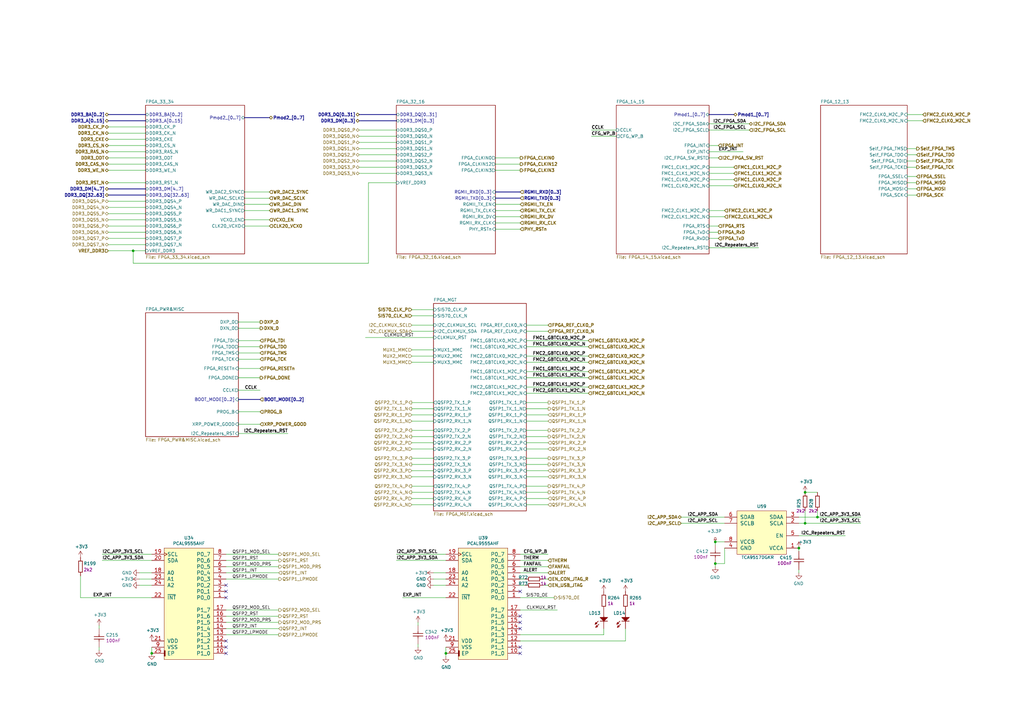
<source format=kicad_sch>
(kicad_sch (version 20211123) (generator eeschema)
  (paper "A3")
  (title_block (title "Marble") (date "2024-03-05") (rev "v1.4.2") (company "Michał Gąska / WUT") (comment 3 "FPGA TOP"))
  (junction (at 335.28 212.09))
  (junction (at 293.37 231.14))
  (junction (at 293.37 222.25))
  (junction (at 330.2 201.93))
  (junction (at 62.23 267.97))
  (junction (at 54.61 102.87))
  (junction (at 182.88 267.97))
  (junction (at 327.66 224.79))
  (junction (at 330.2 214.63))
  (no_connect (at 92.71 242.57))
  (no_connect (at 92.71 267.97))
  (no_connect (at 213.36 255.27))
  (no_connect (at 92.71 262.89))
  (no_connect (at 92.71 245.11))
  (no_connect (at 92.71 265.43))
  (no_connect (at 213.36 252.73))
  (no_connect (at 213.36 257.81))
  (no_connect (at 92.71 240.03))
  (no_connect (at 213.36 265.43))
  (no_connect (at 213.36 267.97))
  (no_connect (at 213.36 242.57))
  (wire (pts (xy 327.66 212.09) (xy 335.28 212.09)))
  (wire (pts (xy 279.4 214.63) (xy 297.18 214.63)))
  (wire (pts (xy 147.32 68.58) (xy 162.56 68.58)))
  (wire (pts (xy 92.71 229.87) (xy 114.3 229.87)))
  (wire (pts (xy 215.9 187.96) (xy 224.79 187.96)))
  (wire (pts (xy 168.91 187.96) (xy 177.8 187.96)))
  (wire (pts (xy 290.83 95.25) (xy 294.64 95.25)))
  (wire (pts (xy 215.9 199.39) (xy 224.79 199.39)))
  (wire (pts (xy 327.66 233.68) (xy 327.66 234.95)))
  (wire (pts (xy 118.11 177.8) (xy 97.79 177.8)))
  (wire (pts (xy 203.2 67.31) (xy 213.36 67.31)))
  (wire (pts (xy 168.91 207.01) (xy 177.8 207.01)))
  (wire (pts (xy 290.83 88.9) (xy 297.18 88.9)))
  (wire (pts (xy 62.23 265.43) (xy 62.23 267.97)))
  (wire (pts (xy 40.64 256.54) (xy 40.64 257.81)))
  (wire (pts (xy 168.91 167.64) (xy 177.8 167.64)))
  (wire (pts (xy 44.45 85.09) (xy 59.69 85.09)))
  (wire (pts (xy 54.61 102.87) (xy 54.61 107.95)))
  (wire (pts (xy 330.2 209.55) (xy 330.2 214.63)))
  (wire (pts (xy 215.9 179.07) (xy 224.79 179.07)))
  (wire (pts (xy 106.68 160.02) (xy 97.79 160.02)))
  (wire (pts (xy 44.45 59.69) (xy 59.69 59.69)))
  (wire (pts (xy 215.9 201.93) (xy 224.79 201.93)))
  (wire (pts (xy 300.99 73.66) (xy 290.83 73.66)))
  (wire (pts (xy 215.9 142.24) (xy 241.3 142.24)))
  (wire (pts (xy 372.11 68.58) (xy 375.92 68.58)))
  (bus (pts (xy 213.36 78.74) (xy 203.2 78.74)))
  (wire (pts (xy 40.64 265.43) (xy 40.64 266.7)))
  (wire (pts (xy 224.79 135.89) (xy 215.9 135.89)))
  (wire (pts (xy 307.34 50.8) (xy 290.83 50.8)))
  (wire (pts (xy 57.15 237.49) (xy 62.23 237.49)))
  (wire (pts (xy 215.9 193.04) (xy 224.79 193.04)))
  (wire (pts (xy 97.79 151.13) (xy 106.68 151.13)))
  (bus (pts (xy 147.32 49.53) (xy 162.56 49.53)))
  (wire (pts (xy 147.32 53.34) (xy 162.56 53.34)))
  (wire (pts (xy 372.11 72.39) (xy 375.92 72.39)))
  (wire (pts (xy 168.91 135.89) (xy 177.8 135.89)))
  (wire (pts (xy 222.885 237.49) (xy 224.79 237.49)))
  (wire (pts (xy 213.36 86.36) (xy 203.2 86.36)))
  (bus (pts (xy 290.83 46.99) (xy 300.99 46.99)))
  (wire (pts (xy 168.91 176.53) (xy 177.8 176.53)))
  (wire (pts (xy 304.8 62.23) (xy 290.83 62.23)))
  (wire (pts (xy 215.9 158.75) (xy 241.3 158.75)))
  (wire (pts (xy 215.9 167.64) (xy 224.79 167.64)))
  (wire (pts (xy 372.11 63.5) (xy 375.92 63.5)))
  (wire (pts (xy 279.4 212.09) (xy 297.18 212.09)))
  (bus (pts (xy 44.45 49.53) (xy 59.69 49.53)))
  (wire (pts (xy 213.36 227.33) (xy 224.79 227.33)))
  (wire (pts (xy 44.45 102.87) (xy 54.61 102.87)))
  (wire (pts (xy 215.9 148.59) (xy 241.3 148.59)))
  (wire (pts (xy 106.68 139.7) (xy 97.79 139.7)))
  (wire (pts (xy 106.68 134.62) (xy 97.79 134.62)))
  (wire (pts (xy 215.9 146.05) (xy 241.3 146.05)))
  (wire (pts (xy 213.36 234.95) (xy 224.79 234.95)))
  (wire (pts (xy 168.91 179.07) (xy 177.8 179.07)))
  (wire (pts (xy 311.15 101.6) (xy 290.83 101.6)))
  (wire (pts (xy 213.36 240.03) (xy 215.265 240.03)))
  (wire (pts (xy 247.65 260.35) (xy 247.65 257.81)))
  (wire (pts (xy 307.34 53.34) (xy 290.83 53.34)))
  (bus (pts (xy 213.36 81.28) (xy 203.2 81.28)))
  (wire (pts (xy 54.61 107.95) (xy 151.13 107.95)))
  (bus (pts (xy 97.79 163.83) (xy 106.68 163.83)))
  (wire (pts (xy 203.2 64.77) (xy 213.36 64.77)))
  (wire (pts (xy 92.71 232.41) (xy 114.3 232.41)))
  (wire (pts (xy 215.9 170.18) (xy 224.79 170.18)))
  (wire (pts (xy 147.32 71.12) (xy 162.56 71.12)))
  (bus (pts (xy 147.32 46.99) (xy 162.56 46.99)))
  (wire (pts (xy 168.91 172.72) (xy 177.8 172.72)))
  (wire (pts (xy 57.15 234.95) (xy 62.23 234.95)))
  (wire (pts (xy 213.36 229.87) (xy 224.79 229.87)))
  (wire (pts (xy 41.91 229.87) (xy 62.23 229.87)))
  (wire (pts (xy 41.91 227.33) (xy 62.23 227.33)))
  (wire (pts (xy 213.36 237.49) (xy 215.265 237.49)))
  (wire (pts (xy 44.45 92.71) (xy 59.69 92.71)))
  (wire (pts (xy 213.36 232.41) (xy 224.79 232.41)))
  (wire (pts (xy 147.32 55.88) (xy 162.56 55.88)))
  (wire (pts (xy 110.49 81.28) (xy 100.33 81.28)))
  (wire (pts (xy 97.79 132.08) (xy 106.68 132.08)))
  (wire (pts (xy 213.36 88.9) (xy 203.2 88.9)))
  (wire (pts (xy 215.9 184.15) (xy 224.79 184.15)))
  (wire (pts (xy 213.36 91.44) (xy 203.2 91.44)))
  (wire (pts (xy 215.9 190.5) (xy 224.79 190.5)))
  (wire (pts (xy 44.45 57.15) (xy 59.69 57.15)))
  (wire (pts (xy 44.45 95.25) (xy 59.69 95.25)))
  (wire (pts (xy 256.54 262.89) (xy 256.54 257.81)))
  (wire (pts (xy 222.885 240.03) (xy 224.79 240.03)))
  (wire (pts (xy 168.91 127) (xy 177.8 127)))
  (wire (pts (xy 147.32 66.04) (xy 162.56 66.04)))
  (wire (pts (xy 168.91 133.35) (xy 177.8 133.35)))
  (wire (pts (xy 290.83 97.79) (xy 294.64 97.79)))
  (wire (pts (xy 92.71 250.19) (xy 114.3 250.19)))
  (wire (pts (xy 177.8 240.03) (xy 182.88 240.03)))
  (wire (pts (xy 110.49 86.36) (xy 100.33 86.36)))
  (wire (pts (xy 110.49 90.17) (xy 100.33 90.17)))
  (wire (pts (xy 92.71 257.81) (xy 114.3 257.81)))
  (wire (pts (xy 44.45 52.07) (xy 59.69 52.07)))
  (wire (pts (xy 293.37 222.25) (xy 293.37 223.52)))
  (wire (pts (xy 327.66 224.79) (xy 327.66 226.06)))
  (wire (pts (xy 215.9 207.01) (xy 224.79 207.01)))
  (wire (pts (xy 147.32 63.5) (xy 162.56 63.5)))
  (wire (pts (xy 215.9 204.47) (xy 224.79 204.47)))
  (bus (pts (xy 59.69 77.47) (xy 44.45 77.47)))
  (wire (pts (xy 215.9 154.94) (xy 241.3 154.94)))
  (wire (pts (xy 110.49 78.74) (xy 100.33 78.74)))
  (wire (pts (xy 110.49 92.71) (xy 100.33 92.71)))
  (wire (pts (xy 215.9 161.29) (xy 241.3 161.29)))
  (wire (pts (xy 213.36 262.89) (xy 256.54 262.89)))
  (wire (pts (xy 330.2 214.63) (xy 353.06 214.63)))
  (wire (pts (xy 168.91 170.18) (xy 177.8 170.18)))
  (wire (pts (xy 168.91 146.05) (xy 177.8 146.05)))
  (wire (pts (xy 242.57 55.88) (xy 252.73 55.88)))
  (wire (pts (xy 106.68 154.94) (xy 97.79 154.94)))
  (wire (pts (xy 215.9 195.58) (xy 224.79 195.58)))
  (wire (pts (xy 168.91 204.47) (xy 177.8 204.47)))
  (wire (pts (xy 168.91 129.54) (xy 177.8 129.54)))
  (wire (pts (xy 215.9 176.53) (xy 224.79 176.53)))
  (wire (pts (xy 203.2 69.85) (xy 213.36 69.85)))
  (wire (pts (xy 215.9 165.1) (xy 224.79 165.1)))
  (wire (pts (xy 92.71 255.27) (xy 114.3 255.27)))
  (wire (pts (xy 168.91 190.5) (xy 177.8 190.5)))
  (wire (pts (xy 168.91 201.93) (xy 177.8 201.93)))
  (wire (pts (xy 290.83 64.77) (xy 294.64 64.77)))
  (wire (pts (xy 182.88 267.97) (xy 182.88 269.24)))
  (wire (pts (xy 106.68 147.32) (xy 97.79 147.32)))
  (wire (pts (xy 228.6 250.19) (xy 213.36 250.19)))
  (wire (pts (xy 44.45 67.31) (xy 59.69 67.31)))
  (wire (pts (xy 297.18 231.14) (xy 293.37 231.14)))
  (wire (pts (xy 44.45 74.93) (xy 59.69 74.93)))
  (wire (pts (xy 54.61 102.87) (xy 59.69 102.87)))
  (wire (pts (xy 151.13 74.93) (xy 162.56 74.93)))
  (wire (pts (xy 372.11 66.04) (xy 375.92 66.04)))
  (wire (pts (xy 149.86 138.43) (xy 177.8 138.43)))
  (wire (pts (xy 33.02 245.11) (xy 33.02 236.22)))
  (wire (pts (xy 44.45 69.85) (xy 59.69 69.85)))
  (wire (pts (xy 92.71 252.73) (xy 114.3 252.73)))
  (wire (pts (xy 171.45 264.16) (xy 171.45 265.43)))
  (wire (pts (xy 106.68 144.78) (xy 97.79 144.78)))
  (wire (pts (xy 346.71 219.71) (xy 327.66 219.71)))
  (wire (pts (xy 294.64 59.69) (xy 290.83 59.69)))
  (wire (pts (xy 92.71 260.35) (xy 114.3 260.35)))
  (wire (pts (xy 162.56 227.33) (xy 182.88 227.33)))
  (wire (pts (xy 92.71 234.95) (xy 114.3 234.95)))
  (wire (pts (xy 147.32 60.96) (xy 162.56 60.96)))
  (wire (pts (xy 372.11 46.99) (xy 378.46 46.99)))
  (wire (pts (xy 44.45 54.61) (xy 59.69 54.61)))
  (wire (pts (xy 215.9 152.4) (xy 241.3 152.4)))
  (wire (pts (xy 168.91 165.1) (xy 177.8 165.1)))
  (wire (pts (xy 227.33 245.11) (xy 213.36 245.11)))
  (bus (pts (xy 44.45 80.01) (xy 59.69 80.01)))
  (wire (pts (xy 290.83 92.71) (xy 294.64 92.71)))
  (wire (pts (xy 171.45 255.27) (xy 171.45 256.54)))
  (wire (pts (xy 92.71 227.33) (xy 114.3 227.33)))
  (wire (pts (xy 224.79 133.35) (xy 215.9 133.35)))
  (wire (pts (xy 215.9 181.61) (xy 224.79 181.61)))
  (wire (pts (xy 168.91 199.39) (xy 177.8 199.39)))
  (wire (pts (xy 44.45 87.63) (xy 59.69 87.63)))
  (wire (pts (xy 57.15 240.03) (xy 62.23 240.03)))
  (wire (pts (xy 290.83 86.36) (xy 297.18 86.36)))
  (wire (pts (xy 213.36 93.98) (xy 203.2 93.98)))
  (wire (pts (xy 44.45 82.55) (xy 59.69 82.55)))
  (wire (pts (xy 182.88 265.43) (xy 182.88 267.97)))
  (wire (pts (xy 242.57 53.34) (xy 252.73 53.34)))
  (wire (pts (xy 335.28 209.55) (xy 335.28 212.09)))
  (wire (pts (xy 297.18 224.79) (xy 297.18 231.14)))
  (wire (pts (xy 162.56 229.87) (xy 182.88 229.87)))
  (wire (pts (xy 215.9 172.72) (xy 224.79 172.72)))
  (wire (pts (xy 213.36 83.82) (xy 203.2 83.82)))
  (wire (pts (xy 372.11 77.47) (xy 375.92 77.47)))
  (wire (pts (xy 168.91 193.04) (xy 177.8 193.04)))
  (wire (pts (xy 106.68 168.91) (xy 97.79 168.91)))
  (wire (pts (xy 372.11 74.93) (xy 375.92 74.93)))
  (wire (pts (xy 168.91 184.15) (xy 177.8 184.15)))
  (wire (pts (xy 372.11 80.01) (xy 375.92 80.01)))
  (wire (pts (xy 372.11 49.53) (xy 378.46 49.53)))
  (wire (pts (xy 44.45 62.23) (xy 59.69 62.23)))
  (wire (pts (xy 106.68 173.99) (xy 97.79 173.99)))
  (wire (pts (xy 168.91 181.61) (xy 177.8 181.61)))
  (wire (pts (xy 300.99 71.12) (xy 290.83 71.12)))
  (wire (pts (xy 335.28 201.93) (xy 330.2 201.93)))
  (bus (pts (xy 44.45 46.99) (xy 59.69 46.99)))
  (wire (pts (xy 168.91 148.59) (xy 177.8 148.59)))
  (wire (pts (xy 177.8 237.49) (xy 182.88 237.49)))
  (wire (pts (xy 44.45 100.33) (xy 59.69 100.33)))
  (wire (pts (xy 33.02 245.11) (xy 62.23 245.11)))
  (wire (pts (xy 293.37 222.25) (xy 297.18 222.25)))
  (wire (pts (xy 44.45 97.79) (xy 59.69 97.79)))
  (wire (pts (xy 300.99 76.2) (xy 290.83 76.2)))
  (wire (pts (xy 215.9 139.7) (xy 241.3 139.7)))
  (wire (pts (xy 106.68 142.24) (xy 97.79 142.24)))
  (wire (pts (xy 168.91 143.51) (xy 177.8 143.51)))
  (wire (pts (xy 177.8 234.95) (xy 182.88 234.95)))
  (wire (pts (xy 168.91 195.58) (xy 177.8 195.58)))
  (wire (pts (xy 372.11 60.96) (xy 375.92 60.96)))
  (wire (pts (xy 293.37 231.14) (xy 293.37 232.41)))
  (wire (pts (xy 213.36 260.35) (xy 247.65 260.35)))
  (wire (pts (xy 165.1 245.11) (xy 182.88 245.11)))
  (bus (pts (xy 100.33 48.26) (xy 110.49 48.26)))
  (wire (pts (xy 335.28 212.09) (xy 353.06 212.09)))
  (wire (pts (xy 44.45 64.77) (xy 59.69 64.77)))
  (wire (pts (xy 110.49 83.82) (xy 100.33 83.82)))
  (wire (pts (xy 44.45 90.17) (xy 59.69 90.17)))
  (wire (pts (xy 147.32 58.42) (xy 162.56 58.42)))
  (wire (pts (xy 300.99 68.58) (xy 290.83 68.58)))
  (wire (pts (xy 327.66 214.63) (xy 330.2 214.63)))
  (wire (pts (xy 151.13 107.95) (xy 151.13 74.93)))
  (wire (pts (xy 92.71 237.49) (xy 114.3 237.49)))
  (label "FMC1_GBTCLK0_M2C_P" (at 218.44 139.7 0) (effects (font (thickness 0.254) bold)))
  (label "CFG_WP_B" (at 242.57 55.88 0) (effects (font (thickness 0.254) bold)))
  (label "QSFP1_MOD_SEL" (at 95.25 227.33 0))
  (label "I2C_APP_3V3_SDA" (at 353.06 212.09 180) (effects (font (thickness 0.254) bold)))
  (label "EXP_INT" (at 38.1 245.11 0) (effects (font (thickness 0.254) bold)))
  (label "I2C_APP_3V3_SDA" (at 162.56 229.87 0) (effects (font (thickness 0.254) bold)))
  (label "QSFP2_LPMODE" (at 95.25 260.35 0))
  (label "FMC2_GBTCLK0_M2C_N" (at 218.44 148.59 0) (effects (font (thickness 0.254) bold)))
  (label "CLKMUX_RST" (at 215.9 250.19 0))
  (label "CCLK" (at 100.33 160.02 0) (effects (font (thickness 0.254) bold)))
  (label "FMC2_GBTCLK1_M2C_P" (at 218.44 158.75 0) (effects (font (thickness 0.254) bold)))
  (label "I2C_Repeaters_RST" (at 118.11 177.8 180) (effects (font (thickness 0.254) bold)))
  (label "QSFP2_MOD_SEL" (at 95.25 250.19 0))
  (label "I2C_APP_SDA" (at 281.94 212.09 0) (effects (font (thickness 0.254) bold)))
  (label "FMC2_GBTCLK0_M2C_P" (at 218.44 146.05 0) (effects (font (thickness 0.254) bold)))
  (label "FMC1_GBTCLK1_M2C_P" (at 218.44 152.4 0) (effects (font (thickness 0.254) bold)))
  (label "FMC2_GBTCLK1_M2C_N" (at 218.44 161.29 0) (effects (font (thickness 0.254) bold)))
  (label "QSFP2_MOD_PRS" (at 95.25 255.27 0))
  (label "I2C_Repeaters_RST" (at 311.15 101.6 180) (effects (font (thickness 0.254) bold)))
  (label "EXP_INT" (at 294.64 62.23 0) (effects (font (thickness 0.254) bold)))
  (label "SI570_OE" (at 224.79 245.11 180))
  (label "CLKMUX_RST" (at 157.48 138.43 0))
  (label "THERM" (at 214.63 229.87 0) (effects (font (thickness 0.254) bold)))
  (label "I2C_APP_SCL" (at 281.94 214.63 0) (effects (font (thickness 0.254) bold)))
  (label "CCLK" (at 242.57 53.34 0) (effects (font (thickness 0.254) bold)))
  (label "QSFP2_INT" (at 95.25 257.81 0))
  (label "FMC1_GBTCLK0_M2C_N" (at 218.44 142.24 0) (effects (font (thickness 0.254) bold)))
  (label "I2C_APP_3V3_SCL" (at 353.06 214.63 180) (effects (font (thickness 0.254) bold)))
  (label "CFG_WP_B" (at 214.63 227.33 0) (effects (font (thickness 0.254) bold)))
  (label "FANFAIL" (at 214.63 232.41 0) (effects (font (thickness 0.254) bold)))
  (label "QSFP1_INT" (at 95.25 234.95 0))
  (label "QSFP1_RST" (at 95.25 229.87 0))
  (label "QSFP2_RST" (at 95.25 252.73 0))
  (label "I2C_FPGA_SCL" (at 306.07 53.34 180) (effects (font (thickness 0.254) bold)))
  (label "I2C_APP_3V3_SCL" (at 162.56 227.33 0) (effects (font (thickness 0.254) bold)))
  (label "EXP_INT" (at 165.1 245.11 0) (effects (font (thickness 0.254) bold)))
  (label "QSFP1_LPMODE" (at 95.25 237.49 0))
  (label "I2C_FPGA_SDA" (at 306.07 50.8 180) (effects (font (thickness 0.254) bold)))
  (label "I2C_APP_3V3_SDA" (at 41.91 229.87 0) (effects (font (thickness 0.254) bold)))
  (label "FMC1_GBTCLK1_M2C_N" (at 218.44 154.94 0) (effects (font (thickness 0.254) bold)))
  (label "QSFP1_MOD_PRS" (at 95.25 232.41 0))
  (label "I2C_Repeaters_RST" (at 346.71 219.71 180) (effects (font (thickness 0.254) bold)))
  (label "ALERT" (at 214.63 234.95 0) (effects (font (thickness 0.254) bold)))
  (label "I2C_APP_3V3_SCL" (at 41.91 227.33 0) (effects (font (thickness 0.254) bold)))
  (hierarchical_label "QSFP2_TX_3_N" (shape output) (at 168.91 190.5 180))
  (hierarchical_label "FPGA_CLKIN0" (shape output) (at 213.36 64.77 0) (effects (font (thickness 0.254) bold)))
  (hierarchical_label "VCXO_EN" (shape input) (at 110.49 90.17 0) (effects (font (thickness 0.254) bold)))
  (hierarchical_label "FPGA_RxD" (shape output) (at 294.64 95.25 0) (effects (font (thickness 0.254) bold)))
  (hierarchical_label "Self_FPGA_TDO" (shape input) (at 375.92 63.5 0) (effects (font (thickness 0.254) bold)))
  (hierarchical_label "DDR3_DQS5_N" (shape bidirectional) (at 44.45 90.17 180))
  (hierarchical_label "QSFP1_RX_4_P" (shape input) (at 224.79 204.47 0))
  (hierarchical_label "RGMII_TX_EN" (shape input) (at 213.36 83.82 0) (effects (font (thickness 0.254) bold)))
  (hierarchical_label "QSFP1_RST" (shape output) (at 114.3 229.87 0))
  (hierarchical_label "DXN_0" (shape output) (at 106.68 134.62 0) (effects (font (thickness 0.254) bold)))
  (hierarchical_label "DDR3_CK_P" (shape bidirectional) (at 44.45 52.07 180) (effects (font (thickness 0.254) bold)))
  (hierarchical_label "FPGA_REF_CLK0_N" (shape input) (at 224.79 135.89 0) (effects (font (thickness 0.254) bold)))
  (hierarchical_label "FPGA_MOSI" (shape input) (at 375.92 77.47 0) (effects (font (thickness 0.254) bold)))
  (hierarchical_label "FPGA_INT" (shape input) (at 294.64 59.69 0) (effects (font (thickness 0.254) bold)))
  (hierarchical_label "DDR3_DQS6_N" (shape bidirectional) (at 44.45 95.25 180))
  (hierarchical_label "DDR3_DQS7_N" (shape bidirectional) (at 44.45 100.33 180))
  (hierarchical_label "MUX2_MMC" (shape input) (at 168.91 146.05 180))
  (hierarchical_label "FMC1_CLK0_M2C_P" (shape input) (at 300.99 73.66 0) (effects (font (thickness 0.254) bold)))
  (hierarchical_label "FPGA_SCK" (shape input) (at 375.92 80.01 0) (effects (font (thickness 0.254) bold)))
  (hierarchical_label "QSFP1_RX_2_P" (shape input) (at 224.79 181.61 0))
  (hierarchical_label "SI570_OE" (shape output) (at 227.33 245.11 0))
  (hierarchical_label "DDR3_RAS_N" (shape bidirectional) (at 44.45 62.23 180) (effects (font (thickness 0.254) bold)))
  (hierarchical_label "QSFP1_RX_3_N" (shape input) (at 224.79 195.58 0))
  (hierarchical_label "DXP_0" (shape output) (at 106.68 132.08 0) (effects (font (thickness 0.254) bold)))
  (hierarchical_label "I2C_FPGA_SW_RST" (shape input) (at 294.64 64.77 0) (effects (font (thickness 0.254) bold)))
  (hierarchical_label "MUX1_MMC" (shape input) (at 168.91 143.51 180))
  (hierarchical_label "WR_DAC_DIN" (shape input) (at 110.49 83.82 0) (effects (font (thickness 0.254) bold)))
  (hierarchical_label "DDR3_CK_N" (shape bidirectional) (at 44.45 54.61 180) (effects (font (thickness 0.254) bold)))
  (hierarchical_label "FPGA_TMS" (shape input) (at 106.68 144.78 0) (effects (font (thickness 0.254) bold)))
  (hierarchical_label "FMC2_CLK0_M2C_P" (shape input) (at 378.46 46.99 0) (effects (font (thickness 0.254) bold)))
  (hierarchical_label "DDR3_DQS1_N" (shape bidirectional) (at 147.32 60.96 180))
  (hierarchical_label "RGMII_TXD[0..3]" (shape input) (at 213.36 81.28 0) (effects (font (thickness 0.254) bold)))
  (hierarchical_label "QSFP2_TX_3_P" (shape output) (at 168.91 187.96 180))
  (hierarchical_label "XRP_POWER_GOOD" (shape input) (at 106.68 173.99 0) (effects (font (thickness 0.254) bold)))
  (hierarchical_label "CLK20_VCXO" (shape input) (at 110.49 92.71 0) (effects (font (thickness 0.254) bold)))
  (hierarchical_label "QSFP2_TX_2_N" (shape output) (at 168.91 179.07 180))
  (hierarchical_label "Self_FPGA_TCK" (shape output) (at 375.92 68.58 0) (effects (font (thickness 0.254) bold)))
  (hierarchical_label "QSFP1_RX_2_N" (shape input) (at 224.79 184.15 0))
  (hierarchical_label "FMC1_GBTCLK1_M2C_N" (shape input) (at 241.3 154.94 0) (effects (font (thickness 0.254) bold)))
  (hierarchical_label "THERM" (shape input) (at 224.79 229.87 0) (effects (font (thickness 0.254) bold)))
  (hierarchical_label "RGMII_RXD[0..3]" (shape input) (at 213.36 78.74 0) (effects (font (thickness 0.254) bold)))
  (hierarchical_label "MUX3_MMC" (shape input) (at 168.91 148.59 180))
  (hierarchical_label "FMC2_GBTCLK1_M2C_P" (shape input) (at 241.3 158.75 0) (effects (font (thickness 0.254) bold)))
  (hierarchical_label "QSFP2_TX_4_P" (shape output) (at 168.91 199.39 180))
  (hierarchical_label "QSFP2_TX_4_N" (shape output) (at 168.91 201.93 180))
  (hierarchical_label "FMC2_CLK0_M2C_N" (shape input) (at 378.46 49.53 0) (effects (font (thickness 0.254) bold)))
  (hierarchical_label "QSFP1_RX_1_N" (shape input) (at 224.79 172.72 0))
  (hierarchical_label "QSFP2_RX_4_P" (shape input) (at 168.91 204.47 180))
  (hierarchical_label "DDR3_DM[4..7]" (shape bidirectional) (at 44.45 77.47 180) (effects (font (thickness 0.254) bold)))
  (hierarchical_label "DDR3_BA[0..2]" (shape bidirectional) (at 44.45 46.99 180) (effects (font (thickness 0.254) bold)))
  (hierarchical_label "FMC1_CLK0_M2C_N" (shape input) (at 300.99 76.2 0) (effects (font (thickness 0.254) bold)))
  (hierarchical_label "I2C_CLKMUX_SDA" (shape bidirectional) (at 168.91 135.89 180))
  (hierarchical_label "QSFP1_TX_2_P" (shape output) (at 224.79 176.53 0))
  (hierarchical_label "Pmod1_[0..7]" (shape bidirectional) (at 300.99 46.99 0) (effects (font (thickness 0.254) bold)))
  (hierarchical_label "ALERT" (shape input) (at 224.79 234.95 0) (effects (font (thickness 0.254) bold)))
  (hierarchical_label "FMC2_CLK1_M2C_P" (shape input) (at 297.18 86.36 0) (effects (font (thickness 0.254) bold)))
  (hierarchical_label "QSFP2_MOD_PRS" (shape output) (at 114.3 255.27 0))
  (hierarchical_label "WR_DAC_SCLK" (shape input) (at 110.49 81.28 0) (effects (font (thickness 0.254) bold)))
  (hierarchical_label "QSFP1_MOD_SEL" (shape output) (at 114.3 227.33 0))
  (hierarchical_label "QSFP1_RX_3_P" (shape input) (at 224.79 193.04 0))
  (hierarchical_label "QSFP1_TX_4_P" (shape output) (at 224.79 199.39 0))
  (hierarchical_label "DDR3_RST_N" (shape bidirectional) (at 44.45 74.93 180) (effects (font (thickness 0.254) bold)))
  (hierarchical_label "DDR3_DQS4_N" (shape bidirectional) (at 44.45 85.09 180))
  (hierarchical_label "Pmod2_[0..7]" (shape bidirectional) (at 110.49 48.26 0) (effects (font (thickness 0.254) bold)))
  (hierarchical_label "DDR3_DQS2_P" (shape bidirectional) (at 147.32 63.5 180))
  (hierarchical_label "FPGA_TDO" (shape output) (at 106.68 142.24 0) (effects (font (thickness 0.254) bold)))
  (hierarchical_label "FMC2_GBTCLK0_M2C_P" (shape input) (at 241.3 146.05 0) (effects (font (thickness 0.254) bold)))
  (hierarchical_label "FPGA_CLKIN3" (shape output) (at 213.36 69.85 0) (effects (font (thickness 0.254) bold)))
  (hierarchical_label "QSFP2_RX_2_N" (shape input) (at 168.91 184.15 180))
  (hierarchical_label "QSFP2_RX_2_P" (shape input) (at 168.91 181.61 180))
  (hierarchical_label "DDR3_DQS7_P" (shape bidirectional) (at 44.45 97.79 180))
  (hierarchical_label "FMC2_GBTCLK0_M2C_N" (shape input) (at 241.3 148.59 0) (effects (font (thickness 0.254) bold)))
  (hierarchical_label "QSFP1_RX_4_N" (shape input) (at 224.79 207.01 0))
  (hierarchical_label "QSFP1_LPMODE" (shape output) (at 114.3 237.49 0))
  (hierarchical_label "FPGA_RESETn" (shape input) (at 106.68 151.13 0) (effects (font (thickness 0.254) bold)))
  (hierarchical_label "FPGA_DONE" (shape output) (at 106.68 154.94 0) (effects (font (thickness 0.254) bold)))
  (hierarchical_label "PHY_RSTn" (shape input) (at 213.36 93.98 0) (effects (font (thickness 0.254) bold)))
  (hierarchical_label "FPGA_TxD" (shape input) (at 294.64 97.79 0) (effects (font (thickness 0.254) bold)))
  (hierarchical_label "QSFP2_RX_1_P" (shape input) (at 168.91 170.18 180))
  (hierarchical_label "FPGA_REF_CLK0_P" (shape input) (at 224.79 133.35 0) (effects (font (thickness 0.254) bold)))
  (hierarchical_label "DDR3_DQS4_P" (shape bidirectional) (at 44.45 82.55 180))
  (hierarchical_label "FMC1_GBTCLK0_M2C_N" (shape input) (at 241.3 142.24 0) (effects (font (thickness 0.254) bold)))
  (hierarchical_label "RGMII_RX_DV" (shape input) (at 213.36 88.9 0) (effects (font (thickness 0.254) bold)))
  (hierarchical_label "QSFP2_TX_2_P" (shape output) (at 168.91 176.53 180))
  (hierarchical_label "DDR3_DQS1_P" (shape bidirectional) (at 147.32 58.42 180))
  (hierarchical_label "QSFP1_TX_4_N" (shape output) (at 224.79 201.93 0))
  (hierarchical_label "I2C_FPGA_SCL" (shape input) (at 307.34 53.34 0) (effects (font (thickness 0.254) bold)))
  (hierarchical_label "QSFP1_MOD_PRS" (shape output) (at 114.3 232.41 0))
  (hierarchical_label "DDR3_CS_N" (shape bidirectional) (at 44.45 59.69 180) (effects (font (thickness 0.254) bold)))
  (hierarchical_label "QSFP2_TX_1_P" (shape output) (at 168.91 165.1 180))
  (hierarchical_label "PROG_B" (shape input) (at 106.68 168.91 0) (effects (font (thickness 0.254) bold)))
  (hierarchical_label "RGMII_RX_CLK" (shape input) (at 213.36 91.44 0) (effects (font (thickness 0.254) bold)))
  (hierarchical_label "FPGA_SSEL" (shape input) (at 375.92 72.39 0) (effects (font (thickness 0.254) bold)))
  (hierarchical_label "FPGA_TDI" (shape input) (at 106.68 139.7 0) (effects (font (thickness 0.254) bold)))
  (hierarchical_label "I2C_CLKMUX_SCL" (shape input) (at 168.91 133.35 180))
  (hierarchical_label "BOOT_MODE[0..2]" (shape input) (at 106.68 163.83 0) (effects (font (thickness 0.254) bold)))
  (hierarchical_label "QSFP1_TX_1_P" (shape output) (at 224.79 165.1 0))
  (hierarchical_label "I2C_APP_SCL" (shape input) (at 279.4 214.63 180) (effects (font (thickness 0.254) bold)))
  (hierarchical_label "QSFP2_RX_1_N" (shape input) (at 168.91 172.72 180))
  (hierarchical_label "WR_DAC1_SYNC" (shape input) (at 110.49 86.36 0) (effects (font (thickness 0.254) bold)))
  (hierarchical_label "DDR3_ODT" (shape bidirectional) (at 44.45 64.77 180) (effects (font (thickness 0.254) bold)))
  (hierarchical_label "DDR3_DQS0_N" (shape bidirectional) (at 147.32 55.88 180))
  (hierarchical_label "FPGA_RTS" (shape input) (at 294.64 92.71 0) (effects (font (thickness 0.254) bold)))
  (hierarchical_label "DDR3_DQS0_P" (shape bidirectional) (at 147.32 53.34 180))
  (hierarchical_label "VREF_DDR3" (shape input) (at 44.45 102.87 180) (effects (font (thickness 0.254) bold)))
  (hierarchical_label "QSFP2_RX_3_N" (shape input) (at 168.91 195.58 180))
  (hierarchical_label "QSFP1_INT" (shape input) (at 114.3 234.95 0))
  (hierarchical_label "I2C_FPGA_SDA" (shape bidirectional) (at 307.34 50.8 0) (effects (font (thickness 0.254) bold)))
  (hierarchical_label "DDR3_DQS3_N" (shape bidirectional) (at 147.32 71.12 180))
  (hierarchical_label "QSFP1_RX_1_P" (shape input) (at 224.79 170.18 0))
  (hierarchical_label "FANFAIL" (shape input) (at 224.79 232.41 0) (effects (font (thickness 0.254) bold)))
  (hierarchical_label "EN_USB_JTAG" (shape input) (at 224.79 240.03 0) (effects (font (thickness 0.254) bold)))
  (hierarchical_label "EN_CON_JTAG_R" (shape input) (at 224.79 237.49 0) (effects (font (thickness 0.254) bold)))
  (hierarchical_label "DDR3_DQ[32..63]" (shape bidirectional) (at 44.45 80.01 180) (effects (font (thickness 0.254) bold)))
  (hierarchical_label "FMC2_CLK1_M2C_N" (shape input) (at 297.18 88.9 0) (effects (font (thickness 0.254) bold)))
  (hierarchical_label "DDR3_CKE" (shape bidirectional) (at 44.45 57.15 180) (effects (font (thickness 0.254) bold)))
  (hierarchical_label "FPGA_CLKIN12" (shape output) (at 213.36 67.31 0) (effects (font (thickness 0.254) bold)))
  (hierarchical_label "DDR3_DQS2_N" (shape bidirectional) (at 147.32 66.04 180))
  (hierarchical_label "DDR3_DQS3_P" (shape bidirectional) (at 147.32 68.58 180))
  (hierarchical_label "QSFP2_LPMODE" (shape output) (at 114.3 260.35 0))
  (hierarchical_label "FMC1_CLK1_M2C_P" (shape input) (at 300.99 68.58 0) (effects (font (thickness 0.254) bold)))
  (hierarchical_label "QSFP2_INT" (shape input) (at 114.3 257.81 0))
  (hierarchical_label "SI570_CLK_N" (shape input) (at 168.91 129.54 180) (effects (font (thickness 0.254) bold)))
  (hierarchical_label "WR_DAC2_SYNC" (shape input) (at 110.49 78.74 0) (effects (font (thickness 0.254) bold)))
  (hierarchical_label "DDR3_DM[0..3]" (shape bidirectional) (at 147.32 49.53 180) (effects (font (thickness 0.254) bold)))
  (hierarchical_label "DDR3_DQS5_P" (shape bidirectional) (at 44.45 87.63 180))
  (hierarchical_label "QSFP1_TX_2_N" (shape output) (at 224.79 179.07 0))
  (hierarchical_label "FPGA_TCK" (shape input) (at 106.68 147.32 0) (effects (font (thickness 0.254) bold)))
  (hierarchical_label "Self_FPGA_TMS" (shape output) (at 375.92 60.96 0) (effects (font (thickness 0.254) bold)))
  (hierarchical_label "SI570_CLK_P" (shape input) (at 168.91 127 180) (effects (font (thickness 0.254) bold)))
  (hierarchical_label "QSFP2_TX_1_N" (shape output) (at 168.91 167.64 180))
  (hierarchical_label "QSFP2_RX_4_N" (shape input) (at 168.91 207.01 180))
  (hierarchical_label "I2C_APP_SDA" (shape bidirectional) (at 279.4 212.09 180) (effects (font (thickness 0.254) bold)))
  (hierarchical_label "Self_FPGA_TDI" (shape output) (at 375.92 66.04 0) (effects (font (thickness 0.254) bold)))
  (hierarchical_label "DDR3_A[0..15]" (shape bidirectional) (at 44.45 49.53 180) (effects (font (thickness 0.254) bold)))
  (hierarchical_label "DDR3_WE_N" (shape bidirectional) (at 44.45 69.85 180) (effects (font (thickness 0.254) bold)))
  (hierarchical_label "DDR3_CAS_N" (shape bidirectional) (at 44.45 67.31 180) (effects (font (thickness 0.254) bold)))
  (hierarchical_label "FPGA_MISO" (shape output) (at 375.92 74.93 0) (effects (font (thickness 0.254) bold)))
  (hierarchical_label "QSFP1_TX_1_N" (shape output) (at 224.79 167.64 0))
  (hierarchical_label "QSFP2_RST" (shape output) (at 114.3 252.73 0))
  (hierarchical_label "DDR3_DQS6_P" (shape bidirectional) (at 44.45 92.71 180))
  (hierarchical_label "QSFP1_TX_3_N" (shape output) (at 224.79 190.5 0))
  (hierarchical_label "FMC2_GBTCLK1_M2C_N" (shape input) (at 241.3 161.29 0) (effects (font (thickness 0.254) bold)))
  (hierarchical_label "QSFP2_RX_3_P" (shape input) (at 168.91 193.04 180))
  (hierarchical_label "QSFP2_MOD_SEL" (shape output) (at 114.3 250.19 0))
  (hierarchical_label "FMC1_GBTCLK0_M2C_P" (shape input) (at 241.3 139.7 0) (effects (font (thickness 0.254) bold)))
  (hierarchical_label "RGMII_TX_CLK" (shape input) (at 213.36 86.36 0) (effects (font (thickness 0.254) bold)))
  (hierarchical_label "FMC1_CLK1_M2C_N" (shape input) (at 300.99 71.12 0) (effects (font (thickness 0.254) bold)))
  (hierarchical_label "DDR3_DQ[0..31]" (shape bidirectional) (at 147.32 46.99 180) (effects (font (thickness 0.254) bold)))
  (hierarchical_label "FMC1_GBTCLK1_M2C_P" (shape input) (at 241.3 152.4 0) (effects (font (thickness 0.254) bold)))
  (hierarchical_label "QSFP1_TX_3_P" (shape output) (at 224.79 187.96 0))
  (symbol (lib_id "power:GND") (at 182.88 269.24 0) (unit 1)
    (property "Reference" "#PWR0119" (effects hide))
    (property "Value" "GND" (at 183.007 273.6342 0))
  )
  (symbol (lib_id "power:+3V3") (at 182.88 262.89 0) (unit 1)
    (property "Reference" "#PWR0118" (effects hide))
    (property "Value" "+3V3" (at 183.261 258.4958 0))
  )
  (symbol (lib_id "power:GND") (at 171.45 265.43 0) (unit 1)
    (property "Reference" "#PWR0114" (effects hide))
    (property "Value" "GND" (at 171.577 269.8242 0))
  )
  (symbol (lib_id "power:+3V3") (at 171.45 255.27 0) (unit 1)
    (property "Reference" "#PWR0113" (effects hide))
    (property "Value" "+3V3" (at 171.831 250.8758 0))
  )
  (symbol (lib_id "power:+3V3") (at 177.8 234.95 90) (unit 1)
    (property "Reference" "#PWR0117" (effects hide))
    (property "Value" "+3V3" (at 172.72 234.95 90))
  )
  (symbol (lib_id "power:GND") (at 177.8 240.03 270) (unit 1)
    (property "Reference" "#PWR0116" (effects hide))
    (property "Value" "GND" (at 172.72 240.03 90))
  )
  (symbol (lib_id "power:GND") (at 177.8 237.49 270) (unit 1)
    (property "Reference" "#PWR0115" (effects hide))
    (property "Value" "GND" (at 172.72 237.49 90))
  )
  (symbol (lib_id "Analog_&_Interface:PCAL9555AHF") (at 187.96 224.79 0) (unit 1)
    (property "Reference" "U39" (at 198.12 220.599 0))
    (property "Value" "PCAL9555AHF" (at 198.12 222.9104 0))
    (property "Footprint" "ICs And Semiconductors SMD:QFN50P400X400X80-25N-S225" (effects hide))
    (property "Part Number" "PCAL9555AHF" (effects hide))
    (property "Library Ref" "PCAL9555AHF" (effects hide))
    (property "Library Path" "SchLib\\Analog & Interface.SchLib" (effects hide))
    (property "Comment" "=Device" (effects hide))
    (property "Component Kind" "Standard" (effects hide))
    (property "Component Type" "Standard" (effects hide))
    (property "Device" "PCAL9555AHF" (effects hide))
    (property "PackageDescription" "QFN,0.50mm pitch,square;6 pin X 6 pin,4.10mm X 4.10mm body (w/thermal tab 2.25 X 2.25 mm), IPC Medium Density" (effects hide))
    (property "Status" " " (effects hide))
    (property "Part Description" "Low-Voltage 16-Bit I2C-bus I/O Port With Interrupt and Weak Pull-Up" (effects hide))
    (property "Manufacturer" "NXP SEMICONDUCTORS" (effects hide))
    (property "Manufacturer Part Number" "PCAL9555AHF" (effects hide))
    (property "Pin Count" "25" (effects hide))
    (property "Case" "QFN24" (effects hide))
    (property "Mounted" "Yes" (effects hide))
    (property "Socket" "No" (effects hide))
    (property "SMD" "Yes" (effects hide))
    (property "PressFit" "No" (effects hide))
    (property "Sense" "No" (effects hide))
    (property "Sense Comment" " " (effects hide))
    (property "Status Comment" " " (effects hide))
    (property "ComponentHeight" "0.8mm" (effects hide))
    (property "Footprint Path" "PcbLib\\ICs And Semiconductors SMD.PcbLib" (effects hide))
    (property "Footprint Ref" "QFN50P400X400X80-25N-S225" (effects hide))
    (property "ComponentLink2Description" " " (effects hide))
    (property "ComponentLink1Description" " " (effects hide))
    (property "CreateDate" "07/24/15 00:00:00" (effects hide))
    (property "LatestRevisionDate" "07/24/15 00:00:00" (effects hide))
    (property "Library Name" "ICs And Semiconductors SMD" (effects hide))
    (property "License" "This work is licensed under the Creative Commons CC-BY-SA 4.0 License. To the extent that circuit schematics that use Licensed Material can be considered to be ‘Adapted Material’, then the copyright holder waives article 3.b of the license with respect to these schematics." (effects hide))
  )
  (symbol (lib_id "power:GND") (at 62.23 267.97 0) (unit 1)
    (property "Reference" "#PWR0496" (effects hide))
    (property "Value" "GND" (at 62.357 272.3642 0))
  )
  (symbol (lib_id "power:+3V3") (at 62.23 262.89 0) (unit 1)
    (property "Reference" "#PWR0495" (effects hide))
    (property "Value" "+3V3" (at 62.611 258.4958 0))
  )
  (symbol (lib_id "power:GND") (at 40.64 266.7 0) (unit 1)
    (property "Reference" "#PWR0484" (effects hide))
    (property "Value" "GND" (at 40.767 271.0942 0))
  )
  (symbol (lib_id "power:+3V3") (at 40.64 256.54 0) (unit 1)
    (property "Reference" "#PWR0483" (effects hide))
    (property "Value" "+3V3" (at 41.021 252.1458 0))
  )
  (symbol (lib_id "power:+3V3") (at 57.15 237.49 90) (unit 1)
    (property "Reference" "#PWR0486" (effects hide))
    (property "Value" "+3V3" (at 52.07 237.49 90))
  )
  (symbol (lib_id "power:GND") (at 57.15 240.03 270) (unit 1)
    (property "Reference" "#PWR0487" (effects hide))
    (property "Value" "GND" (at 52.07 240.03 90))
  )
  (symbol (lib_id "power:GND") (at 57.15 234.95 270) (unit 1)
    (property "Reference" "#PWR0485" (effects hide))
    (property "Value" "GND" (at 52.07 234.95 90))
  )
  (symbol (lib_id "Analog_&_Interface:PCAL9555AHF") (at 67.31 224.79 0) (unit 1)
    (property "Reference" "U34" (at 77.47 220.599 0))
    (property "Value" "PCAL9555AHF" (at 77.47 222.9104 0))
    (property "Footprint" "ICs And Semiconductors SMD:QFN50P400X400X80-25N-S225" (effects hide))
    (property "Part Number" "PCAL9555AHF" (effects hide))
    (property "Library Ref" "PCAL9555AHF" (effects hide))
    (property "Library Path" "SchLib\\Analog & Interface.SchLib" (effects hide))
    (property "Comment" "=Device" (effects hide))
    (property "Component Kind" "Standard" (effects hide))
    (property "Component Type" "Standard" (effects hide))
    (property "Device" "PCAL9555AHF" (effects hide))
    (property "PackageDescription" "QFN,0.50mm pitch,square;6 pin X 6 pin,4.10mm X 4.10mm body (w/thermal tab 2.25 X 2.25 mm), IPC Medium Density" (effects hide))
    (property "Status" " " (effects hide))
    (property "Part Description" "Low-Voltage 16-Bit I2C-bus I/O Port With Interrupt and Weak Pull-Up" (effects hide))
    (property "Manufacturer" "NXP SEMICONDUCTORS" (effects hide))
    (property "Manufacturer Part Number" "PCAL9555AHF" (effects hide))
    (property "Pin Count" "25" (effects hide))
    (property "Case" "QFN24" (effects hide))
    (property "Mounted" "Yes" (effects hide))
    (property "Socket" "No" (effects hide))
    (property "SMD" "Yes" (effects hide))
    (property "PressFit" "No" (effects hide))
    (property "Sense" "No" (effects hide))
    (property "Sense Comment" " " (effects hide))
    (property "Status Comment" " " (effects hide))
    (property "ComponentHeight" "0.8mm" (effects hide))
    (property "Footprint Path" "PcbLib\\ICs And Semiconductors SMD.PcbLib" (effects hide))
    (property "Footprint Ref" "QFN50P400X400X80-25N-S225" (effects hide))
    (property "ComponentLink2Description" " " (effects hide))
    (property "ComponentLink1Description" " " (effects hide))
    (property "CreateDate" "07/24/15 00:00:00" (effects hide))
    (property "LatestRevisionDate" "07/24/15 00:00:00" (effects hide))
    (property "Library Name" "ICs And Semiconductors SMD" (effects hide))
    (property "License" "This work is licensed under the Creative Commons CC-BY-SA 4.0 License. To the extent that circuit schematics that use Licensed Material can be considered to be ‘Adapted Material’, then the copyright holder waives article 3.b of the license with respect to these schematics." (effects hide))
  )
  (symbol (lib_id "Capacitors_SMD:CC0201_100NF_6.3V_10%_X5R") (at 40.64 257.81 270) (unit 1)
    (property "Reference" "C215" (at 43.434 260.4516 90) (effects (justify left)))
    (property "Value" "CC0201_100NF_6.3V_10%_X5R" (effects hide))
    (property "Footprint" "CAPC0603X33N" (effects hide))
    (property "Datasheet" "\\\\cern.ch\\dfs\\Applications\\Altium\\Datasheets\\CC0201_X5R_AVX.pdf" (effects hide))
    (property "~" "100nF" (at 43.434 262.763 90) (effects (justify left)))
    (property "Part Number" "CC0201_100NF_6.3V_10%_X5R" (effects hide))
    (property "Library Ref" "Capacitor - non polarized" (effects hide))
    (property "Library Path" "SchLib\\Capacitors.SchLib" (effects hide))
    (property "Comment" "=Value" (effects hide))
    (property "Component Kind" "Standard" (effects hide))
    (property "Component Type" "Standard" (effects hide))
    (property "Pin Count" "2" (effects hide))
    (property "Footprint Path" "PcbLib\\Capacitors SMD.PcbLib" (effects hide))
    (property "Footprint Ref" "CAPC0603X33N" (effects hide))
    (property "PackageDescription" " " (effects hide))
    (property "Val" "100nF" (effects hide))
    (property "Status" "Not Recommended" (effects hide))
    (property "Status Comment" " " (effects hide))
    (property "Voltage" "6.3V" (effects hide))
    (property "TC" "X5R" (effects hide))
    (property "Tolerance" "±10%" (effects hide))
    (property "Part Description" "SMD Multilayer Chip Ceramic Capacitor" (effects hide))
    (property "Manufacturer" "GENERIC" (effects hide))
    (property "Manufacturer Part Number" "CC0201_100NF_6.3V_10%_X5R" (effects hide))
    (property "Case" "0201" (effects hide))
    (property "Mounted" "Yes" (effects hide))
    (property "Socket" "No" (effects hide))
    (property "SMD" "Yes" (effects hide))
    (property "PressFit" " " (effects hide))
    (property "Sense" "No" (effects hide))
    (property "Sense Comment" " " (effects hide))
    (property "ComponentHeight" " " (effects hide))
    (property "Manufacturer1 Example" "AVX" (effects hide))
    (property "Manufacturer1 Part Number" "02016D104KAT2A" (effects hide))
    (property "Manufacturer1 ComponentHeight" "0.33mm" (effects hide))
    (property "CreateDate" "12/03/07 00:00:00" (effects hide))
    (property "LatestRevisionDate" "12/03/07 00:00:00" (effects hide))
    (property "Library Name" "Capacitors SMD" (effects hide))
    (property "License" "This work is licensed under the Creative Commons CC-BY-SA 4.0 License. To the extent that circuit schematics that use Licensed Material can be considered to be ‘Adapted Material’, then the copyright holder waives article 3.b of the license with respect to these schematics." (effects hide))
  )
  (symbol (lib_id "Capacitors_SMD:CC0201_100NF_6.3V_10%_X5R") (at 171.45 256.54 270) (unit 1)
    (property "Reference" "C342" (at 174.244 259.1816 90) (effects (justify left)))
    (property "Value" "CC0201_100NF_6.3V_10%_X5R" (effects hide))
    (property "Footprint" "CAPC0603X33N" (effects hide))
    (property "Datasheet" "\\\\cern.ch\\dfs\\Applications\\Altium\\Datasheets\\CC0201_X5R_AVX.pdf" (effects hide))
    (property "~" "100nF" (at 174.244 261.493 90) (effects (justify left)))
    (property "Part Number" "CC0201_100NF_6.3V_10%_X5R" (effects hide))
    (property "Library Ref" "Capacitor - non polarized" (effects hide))
    (property "Library Path" "SchLib\\Capacitors.SchLib" (effects hide))
    (property "Comment" "=Value" (effects hide))
    (property "Component Kind" "Standard" (effects hide))
    (property "Component Type" "Standard" (effects hide))
    (property "Pin Count" "2" (effects hide))
    (property "Footprint Path" "PcbLib\\Capacitors SMD.PcbLib" (effects hide))
    (property "Footprint Ref" "CAPC0603X33N" (effects hide))
    (property "PackageDescription" " " (effects hide))
    (property "Val" "100nF" (effects hide))
    (property "Status" "Not Recommended" (effects hide))
    (property "Status Comment" " " (effects hide))
    (property "Voltage" "6.3V" (effects hide))
    (property "TC" "X5R" (effects hide))
    (property "Tolerance" "±10%" (effects hide))
    (property "Part Description" "SMD Multilayer Chip Ceramic Capacitor" (effects hide))
    (property "Manufacturer" "GENERIC" (effects hide))
    (property "Manufacturer Part Number" "CC0201_100NF_6.3V_10%_X5R" (effects hide))
    (property "Case" "0201" (effects hide))
    (property "Mounted" "Yes" (effects hide))
    (property "Socket" "No" (effects hide))
    (property "SMD" "Yes" (effects hide))
    (property "PressFit" " " (effects hide))
    (property "Sense" "No" (effects hide))
    (property "Sense Comment" " " (effects hide))
    (property "ComponentHeight" " " (effects hide))
    (property "Manufacturer1 Example" "AVX" (effects hide))
    (property "Manufacturer1 Part Number" "02016D104KAT2A" (effects hide))
    (property "Manufacturer1 ComponentHeight" "0.33mm" (effects hide))
    (property "CreateDate" "12/03/07 00:00:00" (effects hide))
    (property "LatestRevisionDate" "12/03/07 00:00:00" (effects hide))
    (property "Library Name" "Capacitors SMD" (effects hide))
    (property "License" "This work is licensed under the Creative Commons CC-BY-SA 4.0 License. To the extent that circuit schematics that use Licensed Material can be considered to be ‘Adapted Material’, then the copyright holder waives article 3.b of the license with respect to these schematics." (effects hide))
  )
  (symbol (lib_id "Resistors_SMD:R0402_2K2_1%_0.0625W_100PPM") (at 33.02 228.6 270) (unit 1)
    (property "Reference" "R199" (at 34.29 231.14 90) (effects (justify left)))
    (property "Value" "R0402_2K2_1%_0.0625W_100PPM" (effects hide))
    (property "Footprint" "RESC1005X40N" (effects hide))
    (property "Datasheet" "\\\\cern.ch\\dfs\\Applications\\Altium\\Datasheets\\R0402_Phycomp_RC0402.pdf" (effects hide))
    (property "~" "2k2" (at 34.29 233.68 90) (effects (justify left)))
    (property "Part Number" "R0402_2K2_1%_0.0625W_100PPM" (effects hide))
    (property "Library Ref" "Resistor - 1%" (effects hide))
    (property "Library Path" "SchLib\\Resistors.SchLib" (effects hide))
    (property "Comment" "=Value" (effects hide))
    (property "Component Kind" "Standard" (effects hide))
    (property "Component Type" "Standard" (effects hide))
    (property "PackageDescription" " " (effects hide))
    (property "Pin Count" "2" (effects hide))
    (property "Footprint Path" "PcbLib\\Resistors SMD.PcbLib" (effects hide))
    (property "Footprint Ref" "RESC1005X40N" (effects hide))
    (property "Val" "2k2" (effects hide))
    (property "Status" "Not Recommended" (effects hide))
    (property "Power" "0.0625W" (effects hide))
    (property "TC" "±100ppm/°C" (effects hide))
    (property "Voltage" " " (effects hide))
    (property "Tolerance" "±1%" (effects hide))
    (property "Part Description" "General Purpose Thick Film Chip Resistor" (effects hide))
    (property "Manufacturer" "GENERIC" (effects hide))
    (property "Manufacturer Part Number" "R0402_2K2_1%_0.0625W_100PPM" (effects hide))
    (property "Case" "0402" (effects hide))
    (property "PressFit" "No" (effects hide))
    (property "Mounted" "Yes" (effects hide))
    (property "Sense Comment" " " (effects hide))
    (property "Sense" "No" (effects hide))
    (property "Status Comment" " " (effects hide))
    (property "Socket" "No" (effects hide))
    (property "SMD" "Yes" (effects hide))
    (property "ComponentHeight" " " (effects hide))
    (property "Manufacturer1 Example" "YAGEO PHYCOMP" (effects hide))
    (property "Manufacturer1 Part Number" "232270672202L" (effects hide))
    (property "Manufacturer1 ComponentHeight" "0.4mm" (effects hide))
    (property "CreateDate" "12/03/07 00:00:00" (effects hide))
    (property "LatestRevisionDate" "10/17/12 00:00:00" (effects hide))
    (property "Library Name" "Resistors SMD" (effects hide))
    (property "License" "This work is licensed under the Creative Commons CC-BY-SA 4.0 License. To the extent that circuit schematics that use Licensed Material can be considered to be ‘Adapted Material’, then the copyright holder waives article 3.b of the license with respect to these schematics." (effects hide))
  )
  (symbol (lib_id "power:+3V3") (at 33.02 228.6 0) (unit 1)
    (property "Reference" "#PWR0548" (effects hide))
    (property "Value" "+3V3" (at 33.401 224.2058 0))
  )
  (symbol (lib_id "Resistors_SMD:R0402_1K_1%_0.0625W_100PPM") (at 256.54 242.57 270) (unit 1)
    (property "Reference" "R265" (at 258.064 245.2116 90) (effects (justify left)))
    (property "Value" "R0402_1K_1%_0.0625W_100PPM" (effects hide))
    (property "Footprint" "RESC1005X40N" (effects hide))
    (property "Datasheet" "\\\\cern.ch\\dfs\\Applications\\Altium\\Datasheets\\R0402_Phycomp_RC0402.pdf" (effects hide))
    (property "~" "1k" (at 258.064 247.523 90) (effects (justify left)))
    (property "Part Number" "R0402_1K_1%_0.0625W_100PPM" (effects hide))
    (property "Library Ref" "Resistor - 1%" (effects hide))
    (property "Library Path" "SchLib\\Resistors.SchLib" (effects hide))
    (property "Comment" "=Value" (effects hide))
    (property "Component Kind" "Standard" (effects hide))
    (property "Component Type" "Standard" (effects hide))
    (property "PackageDescription" " " (effects hide))
    (property "Pin Count" "2" (effects hide))
    (property "Footprint Path" "PcbLib\\Resistors SMD.PcbLib" (effects hide))
    (property "Footprint Ref" "RESC1005X40N" (effects hide))
    (property "Val" "1k" (effects hide))
    (property "Status" "Not Recommended" (effects hide))
    (property "Power" "0.0625W" (effects hide))
    (property "TC" "±100ppm/°C" (effects hide))
    (property "Voltage" " " (effects hide))
    (property "Tolerance" "±1%" (effects hide))
    (property "Part Description" "General Purpose Thick Film Chip Resistor" (effects hide))
    (property "Manufacturer" "GENERIC" (effects hide))
    (property "Manufacturer Part Number" "R0402_1K_1%_0.0625W_100PPM" (effects hide))
    (property "Case" "0402" (effects hide))
    (property "PressFit" "No" (effects hide))
    (property "Mounted" "Yes" (effects hide))
    (property "Sense Comment" " " (effects hide))
    (property "Sense" "No" (effects hide))
    (property "Status Comment" " " (effects hide))
    (property "Socket" "No" (effects hide))
    (property "SMD" "Yes" (effects hide))
    (property "ComponentHeight" " " (effects hide))
    (property "Manufacturer1 Example" "YAGEO PHYCOMP" (effects hide))
    (property "Manufacturer1 Part Number" "232270671002L" (effects hide))
    (property "Manufacturer1 ComponentHeight" "0.4mm" (effects hide))
    (property "CreateDate" "12/03/07 00:00:00" (effects hide))
    (property "LatestRevisionDate" "10/17/12 00:00:00" (effects hide))
    (property "Library Name" "Resistors SMD" (effects hide))
    (property "License" "This work is licensed under the Creative Commons CC-BY-SA 4.0 License. To the extent that circuit schematics that use Licensed Material can be considered to be ‘Adapted Material’, then the copyright holder waives article 3.b of the license with respect to these schematics." (effects hide))
  )
  (symbol (lib_id "Resistors_SMD:R0402_1K_1%_0.0625W_100PPM") (at 247.65 242.57 270) (unit 1)
    (property "Reference" "R264" (at 249.174 245.2116 90) (effects (justify left)))
    (property "Value" "R0402_1K_1%_0.0625W_100PPM" (effects hide))
    (property "Footprint" "RESC1005X40N" (effects hide))
    (property "Datasheet" "\\\\cern.ch\\dfs\\Applications\\Altium\\Datasheets\\R0402_Phycomp_RC0402.pdf" (effects hide))
    (property "~" "1k" (at 249.174 247.523 90) (effects (justify left)))
    (property "Part Number" "R0402_1K_1%_0.0625W_100PPM" (effects hide))
    (property "Library Ref" "Resistor - 1%" (effects hide))
    (property "Library Path" "SchLib\\Resistors.SchLib" (effects hide))
    (property "Comment" "=Value" (effects hide))
    (property "Component Kind" "Standard" (effects hide))
    (property "Component Type" "Standard" (effects hide))
    (property "PackageDescription" " " (effects hide))
    (property "Pin Count" "2" (effects hide))
    (property "Footprint Path" "PcbLib\\Resistors SMD.PcbLib" (effects hide))
    (property "Footprint Ref" "RESC1005X40N" (effects hide))
    (property "Val" "1k" (effects hide))
    (property "Status" "Not Recommended" (effects hide))
    (property "Power" "0.0625W" (effects hide))
    (property "TC" "±100ppm/°C" (effects hide))
    (property "Voltage" " " (effects hide))
    (property "Tolerance" "±1%" (effects hide))
    (property "Part Description" "General Purpose Thick Film Chip Resistor" (effects hide))
    (property "Manufacturer" "GENERIC" (effects hide))
    (property "Manufacturer Part Number" "R0402_1K_1%_0.0625W_100PPM" (effects hide))
    (property "Case" "0402" (effects hide))
    (property "PressFit" "No" (effects hide))
    (property "Mounted" "Yes" (effects hide))
    (property "Sense Comment" " " (effects hide))
    (property "Sense" "No" (effects hide))
    (property "Status Comment" " " (effects hide))
    (property "Socket" "No" (effects hide))
    (property "SMD" "Yes" (effects hide))
    (property "ComponentHeight" " " (effects hide))
    (property "Manufacturer1 Example" "YAGEO PHYCOMP" (effects hide))
    (property "Manufacturer1 Part Number" "232270671002L" (effects hide))
    (property "Manufacturer1 ComponentHeight" "0.4mm" (effects hide))
    (property "CreateDate" "12/03/07 00:00:00" (effects hide))
    (property "LatestRevisionDate" "10/17/12 00:00:00" (effects hide))
    (property "Library Name" "Resistors SMD" (effects hide))
    (property "License" "This work is licensed under the Creative Commons CC-BY-SA 4.0 License. To the extent that circuit schematics that use Licensed Material can be considered to be ‘Adapted Material’, then the copyright holder waives article 3.b of the license with respect to these schematics." (effects hide))
  )
  (symbol (lib_id "power:+3V3") (at 247.65 242.57 0) (unit 1)
    (property "Reference" "#PWR0636" (effects hide))
    (property "Value" "+3V3" (at 248.031 238.1758 0))
  )
  (symbol (lib_id "power:+3V3") (at 256.54 242.57 0) (unit 1)
    (property "Reference" "#PWR0637" (effects hide))
    (property "Value" "+3V3" (at 256.921 238.1758 0))
  )
  (symbol (lib_name "LED_KINGBRIGHT_KPH-1608CGCK_2") (lib_id "LEDs_&_Displays:LED_KINGBRIGHT_KPH-1608CGCK") (at 247.65 254 90) (mirror x) (unit 1)
    (property "Reference" "LD13" (at 246.38 251.46 90) (effects (justify left)))
    (property "Value" "LED_KINGBRIGHT_KPH-1608CGCK" (effects hide))
    (property "Footprint" "ICs And Semiconductors SMD:LED_KINGBRIGHT_KPH-1608CGCK" (effects hide))
    (property "Part Number" "LED_KINGBRIGHT_KPH-1608CGCK" (effects hide))
    (property "Library Ref" "LED Green 1C 2A" (effects hide))
    (property "Library Path" "SchLib\\LEDs & Displays.SchLib" (effects hide))
    (property "Comment" " " (effects hide))
    (property "Component Kind" "Standard" (effects hide))
    (property "Component Type" "Standard" (effects hide))
    (property "Device" " " (effects hide))
    (property "PackageDescription" "SMT Green LED, Case 0603, Body L 1.6 x W 0.8mm H 0.65mm" (effects hide))
    (property "Status" " " (effects hide))
    (property "Part Description" "SMD Green LED, Case 1.6mmX0.8mm(0603), 0.65mm Thickness" (effects hide))
    (property "Manufacturer" "WURTH" (effects hide))
    (property "Manufacturer Part Number" "150060VS75000" (effects hide))
    (property "Pin Count" "2" (effects hide))
    (property "Case" " " (effects hide))
    (property "Mounted" "Yes" (effects hide))
    (property "Socket" "No" (effects hide))
    (property "SMD" "Yes" (effects hide))
    (property "PressFit" "No" (effects hide))
    (property "Sense Comment" " " (effects hide))
    (property "Sense" "No" (effects hide))
    (property "Status Comment" " " (effects hide))
    (property "ComponentHeight" "0.65mm" (effects hide))
    (property "Footprint Path" "PcbLib\\ICs And Semiconductors SMD.PcbLib" (effects hide))
    (property "Footprint Ref" "LED_KINGBRIGHT_KPH-1608CGCK" (effects hide))
    (property "ComponentLink1Description" " " (effects hide))
    (property "ComponentLink2Description" " " (effects hide))
    (property "CreateDate" "07/03/17 00:00:00" (effects hide))
    (property "LatestRevisionDate" "07/03/17 00:00:00" (effects hide))
    (property "Library Name" "ICs And Semiconductors SMD" (effects hide))
    (property "License" "This work is licensed under the Creative Commons CC-BY-SA 4.0 License. To the extent that circuit schematics that use Licensed Material can be considered to be ‘Adapted Material’, then the copyright holder waives article 3.b of the license with respect to these schematics." (effects hide))
  )
  (symbol (lib_name "LED_KINGBRIGHT_KPH-1608CGCK_1") (lib_id "LEDs_&_Displays:LED_KINGBRIGHT_KPH-1608CGCK") (at 256.54 254 90) (mirror x) (unit 1)
    (property "Reference" "LD14" (at 256.54 251.46 90) (effects (justify left)))
    (property "Value" "LED_KINGBRIGHT_KPH-1608CGCK" (effects hide))
    (property "Footprint" "ICs And Semiconductors SMD:LED_KINGBRIGHT_KPH-1608CGCK" (effects hide))
    (property "Part Number" "LED_KINGBRIGHT_KPH-1608CGCK" (effects hide))
    (property "Library Ref" "LED Green 1C 2A" (effects hide))
    (property "Library Path" "SchLib\\LEDs & Displays.SchLib" (effects hide))
    (property "Comment" " " (effects hide))
    (property "Component Kind" "Standard" (effects hide))
    (property "Component Type" "Standard" (effects hide))
    (property "Device" " " (effects hide))
    (property "PackageDescription" "SMT Green LED, Case 0603, Body L 1.6 x W 0.8mm H 0.65mm" (effects hide))
    (property "Status" " " (effects hide))
    (property "Part Description" "SMD Green LED, Case 1.6mmX0.8mm(0603), 0.65mm Thickness" (effects hide))
    (property "Manufacturer" "WURTH" (effects hide))
    (property "Manufacturer Part Number" "150060VS75000" (effects hide))
    (property "Pin Count" "2" (effects hide))
    (property "Case" " " (effects hide))
    (property "Mounted" "Yes" (effects hide))
    (property "Socket" "No" (effects hide))
    (property "SMD" "Yes" (effects hide))
    (property "PressFit" "No" (effects hide))
    (property "Sense Comment" " " (effects hide))
    (property "Sense" "No" (effects hide))
    (property "Status Comment" " " (effects hide))
    (property "ComponentHeight" "0.65mm" (effects hide))
    (property "Footprint Path" "PcbLib\\ICs And Semiconductors SMD.PcbLib" (effects hide))
    (property "Footprint Ref" "LED_KINGBRIGHT_KPH-1608CGCK" (effects hide))
    (property "ComponentLink1Description" " " (effects hide))
    (property "ComponentLink2Description" " " (effects hide))
    (property "CreateDate" "07/03/17 00:00:00" (effects hide))
    (property "LatestRevisionDate" "07/03/17 00:00:00" (effects hide))
    (property "Library Name" "ICs And Semiconductors SMD" (effects hide))
    (property "License" "This work is licensed under the Creative Commons CC-BY-SA 4.0 License. To the extent that circuit schematics that use Licensed Material can be considered to be ‘Adapted Material’, then the copyright holder waives article 3.b of the license with respect to these schematics." (effects hide))
  )
  (symbol (lib_id "Analog_&_Interface:TCA9517DGKR") (at 322.58 209.55 0) (mirror y) (unit 1)
    (property "Reference" "U59" (at 312.42 207.6958 0))
    (property "Value" "TCA9517DGKR" (at 317.5 228.6 0) (effects (justify left)))
    (property "Footprint" "ICs And Semiconductors SMD:SOP65P490X110-8N" (effects hide))
    (property "Datasheet" " " (effects hide))
    (property "Part Number" "TCA9517DGKR" (effects hide))
    (property "Library Ref" "TCA9517" (effects hide))
    (property "Library Path" "SchLib\\Analog & Interface.SchLib" (effects hide))
    (property "Comment" "TCA9517DGKR" (effects hide))
    (property "Component Kind" "Standard" (effects hide))
    (property "Component Type" "Standard" (effects hide))
    (property "Device" "TCA9517DGKR" (effects hide))
    (property "PackageDescription" "SOP, 0.65mm Pitch; 8 Pin, 3.0mm W X 3.0mm L X 1.10mm H Body, IPC Medium Density" (effects hide))
    (property "Status" " " (effects hide))
    (property "Part Description" "Level-Translating I2C Bus Repeater" (effects hide))
    (property "Manufacturer" "TEXAS INSTRUMENTS" (effects hide))
    (property "Manufacturer Part Number" "TCA9517DGKR" (effects hide))
    (property "Pin Count" "8" (effects hide))
    (property "Case" "TSSOP8" (effects hide))
    (property "Mounted" "Yes" (effects hide))
    (property "Socket" "No" (effects hide))
    (property "SMD" "Yes" (effects hide))
    (property "PressFit" "No" (effects hide))
    (property "Sense" "No" (effects hide))
    (property "Sense Comment" " " (effects hide))
    (property "Status Comment" " " (effects hide))
    (property "ComponentHeight" "1.1mm" (effects hide))
    (property "Footprint Path" "PcbLib\\ICs And Semiconductors SMD.PcbLib" (effects hide))
    (property "Footprint Ref" "SOP65P490X110-8N" (effects hide))
    (property "ComponentLink2Description" " " (effects hide))
    (property "ComponentLink1Description" " " (effects hide))
    (property "CreateDate" "07/07/14 00:00:00" (effects hide))
    (property "LatestRevisionDate" "07/07/14 00:00:00" (effects hide))
    (property "Library Name" "ICs And Semiconductors.DbLib" (effects hide))
    (property "License" "This work is licensed under the Creative Commons CC-BY-SA 4.0 License. To the extent that circuit schematics that use Licensed Material can be considered to be ‘Adapted Material’, then the copyright holder waives article 3.b of the license with respect to these schematics." (effects hide))
  )
  (symbol (lib_id "power:GND") (at 327.66 234.95 0) (mirror y) (unit 1)
    (property "Reference" "#PWR0829" (effects hide))
    (property "Value" "GND" (at 327.533 239.3442 0))
  )
  (symbol (lib_id "Capacitors_SMD:CC0201_100NF_6.3V_10%_X5R") (at 327.66 226.06 90) (mirror x) (unit 1)
    (property "Reference" "C415" (at 324.866 228.7016 90) (effects (justify left)))
    (property "Value" "CC0201_100NF_6.3V_10%_X5R" (effects hide))
    (property "Footprint" "CAPC0603X33N" (effects hide))
    (property "Datasheet" "\\\\cern.ch\\dfs\\Applications\\Altium\\Datasheets\\CC0201_X5R_AVX.pdf" (effects hide))
    (property "~" "100nF" (at 324.866 231.013 90) (effects (justify left)))
    (property "Part Number" "CC0201_100NF_6.3V_10%_X5R" (effects hide))
    (property "Library Ref" "Capacitor - non polarized" (effects hide))
    (property "Library Path" "SchLib\\Capacitors.SchLib" (effects hide))
    (property "Comment" "=Value" (effects hide))
    (property "Component Kind" "Standard" (effects hide))
    (property "Component Type" "Standard" (effects hide))
    (property "Pin Count" "2" (effects hide))
    (property "Footprint Path" "PcbLib\\Capacitors SMD.PcbLib" (effects hide))
    (property "Footprint Ref" "CAPC0603X33N" (effects hide))
    (property "PackageDescription" " " (effects hide))
    (property "Val" "100nF" (effects hide))
    (property "Status" "Not Recommended" (effects hide))
    (property "Status Comment" " " (effects hide))
    (property "Voltage" "6.3V" (effects hide))
    (property "TC" "X5R" (effects hide))
    (property "Tolerance" "±10%" (effects hide))
    (property "Part Description" "SMD Multilayer Chip Ceramic Capacitor" (effects hide))
    (property "Manufacturer" "GENERIC" (effects hide))
    (property "Manufacturer Part Number" "CC0201_100NF_6.3V_10%_X5R" (effects hide))
    (property "Case" "0201" (effects hide))
    (property "Mounted" "Yes" (effects hide))
    (property "Socket" "No" (effects hide))
    (property "SMD" "Yes" (effects hide))
    (property "PressFit" " " (effects hide))
    (property "Sense" "No" (effects hide))
    (property "Sense Comment" " " (effects hide))
    (property "ComponentHeight" " " (effects hide))
    (property "Manufacturer1 Example" "AVX" (effects hide))
    (property "Manufacturer1 Part Number" "02016D104KAT2A" (effects hide))
    (property "Manufacturer1 ComponentHeight" "0.33mm" (effects hide))
    (property "CreateDate" "12/03/07 00:00:00" (effects hide))
    (property "LatestRevisionDate" "12/03/07 00:00:00" (effects hide))
    (property "Library Name" "Capacitors SMD" (effects hide))
    (property "License" "This work is licensed under the Creative Commons CC-BY-SA 4.0 License. To the extent that circuit schematics that use Licensed Material can be considered to be ‘Adapted Material’, then the copyright holder waives article 3.b of the license with respect to these schematics." (effects hide))
  )
  (symbol (lib_id "power:GND") (at 293.37 232.41 0) (mirror y) (unit 1)
    (property "Reference" "#PWR0827" (effects hide))
    (property "Value" "GND" (at 293.243 236.8042 0))
  )
  (symbol (lib_id "Capacitors_SMD:CC0201_100NF_6.3V_10%_X5R") (at 293.37 223.52 90) (mirror x) (unit 1)
    (property "Reference" "C412" (at 290.576 226.1616 90) (effects (justify left)))
    (property "Value" "CC0201_100NF_6.3V_10%_X5R" (effects hide))
    (property "Footprint" "CAPC0603X33N" (effects hide))
    (property "Datasheet" "\\\\cern.ch\\dfs\\Applications\\Altium\\Datasheets\\CC0201_X5R_AVX.pdf" (effects hide))
    (property "~" "100nF" (at 290.576 228.473 90) (effects (justify left)))
    (property "Part Number" "CC0201_100NF_6.3V_10%_X5R" (effects hide))
    (property "Library Ref" "Capacitor - non polarized" (effects hide))
    (property "Library Path" "SchLib\\Capacitors.SchLib" (effects hide))
    (property "Comment" "=Value" (effects hide))
    (property "Component Kind" "Standard" (effects hide))
    (property "Component Type" "Standard" (effects hide))
    (property "Pin Count" "2" (effects hide))
    (property "Footprint Path" "PcbLib\\Capacitors SMD.PcbLib" (effects hide))
    (property "Footprint Ref" "CAPC0603X33N" (effects hide))
    (property "PackageDescription" " " (effects hide))
    (property "Val" "100nF" (effects hide))
    (property "Status" "Not Recommended" (effects hide))
    (property "Status Comment" " " (effects hide))
    (property "Voltage" "6.3V" (effects hide))
    (property "TC" "X5R" (effects hide))
    (property "Tolerance" "±10%" (effects hide))
    (property "Part Description" "SMD Multilayer Chip Ceramic Capacitor" (effects hide))
    (property "Manufacturer" "GENERIC" (effects hide))
    (property "Manufacturer Part Number" "CC0201_100NF_6.3V_10%_X5R" (effects hide))
    (property "Case" "0201" (effects hide))
    (property "Mounted" "Yes" (effects hide))
    (property "Socket" "No" (effects hide))
    (property "SMD" "Yes" (effects hide))
    (property "PressFit" " " (effects hide))
    (property "Sense" "No" (effects hide))
    (property "Sense Comment" " " (effects hide))
    (property "ComponentHeight" " " (effects hide))
    (property "Manufacturer1 Example" "AVX" (effects hide))
    (property "Manufacturer1 Part Number" "02016D104KAT2A" (effects hide))
    (property "Manufacturer1 ComponentHeight" "0.33mm" (effects hide))
    (property "CreateDate" "12/03/07 00:00:00" (effects hide))
    (property "LatestRevisionDate" "12/03/07 00:00:00" (effects hide))
    (property "Library Name" "Capacitors SMD" (effects hide))
    (property "License" "This work is licensed under the Creative Commons CC-BY-SA 4.0 License. To the extent that circuit schematics that use Licensed Material can be considered to be ‘Adapted Material’, then the copyright holder waives article 3.b of the license with respect to these schematics." (effects hide))
  )
  (symbol (lib_id "power:+3.3P") (at 293.37 222.25 0) (mirror y) (unit 1)
    (property "Reference" "#PWR0826" (effects hide))
    (property "Value" "+3.3P" (at 292.989 217.8558 0))
  )
  (symbol (lib_id "Resistors_SMD:R0402_2K2_1%_0.0625W_100PPM") (at 335.28 201.93 90) (mirror x) (unit 1)
    (property "Reference" "R28" (at 332.74 204.47 0) (effects (justify left)))
    (property "Value" "R0402_2K2_1%_0.0625W_100PPM" (effects hide))
    (property "Footprint" "RESC1005X40N" (effects hide))
    (property "Datasheet" "\\\\cern.ch\\dfs\\Applications\\Altium\\Datasheets\\R0402_Phycomp_RC0402.pdf" (effects hide))
    (property "~" "2k2" (at 335.28 209.55 90) (effects (justify left)))
    (property "Part Number" "R0402_2K2_1%_0.0625W_100PPM" (effects hide))
    (property "Library Ref" "Resistor - 1%" (effects hide))
    (property "Library Path" "SchLib\\Resistors.SchLib" (effects hide))
    (property "Comment" "=Value" (effects hide))
    (property "Component Kind" "Standard" (effects hide))
    (property "Component Type" "Standard" (effects hide))
    (property "PackageDescription" " " (effects hide))
    (property "Pin Count" "2" (effects hide))
    (property "Footprint Path" "PcbLib\\Resistors SMD.PcbLib" (effects hide))
    (property "Footprint Ref" "RESC1005X40N" (effects hide))
    (property "Val" "2k2" (effects hide))
    (property "Status" "Not Recommended" (effects hide))
    (property "Power" "0.0625W" (effects hide))
    (property "TC" "±100ppm/°C" (effects hide))
    (property "Voltage" " " (effects hide))
    (property "Tolerance" "±1%" (effects hide))
    (property "Part Description" "General Purpose Thick Film Chip Resistor" (effects hide))
    (property "Manufacturer" "GENERIC" (effects hide))
    (property "Manufacturer Part Number" "R0402_2K2_1%_0.0625W_100PPM" (effects hide))
    (property "Case" "0402" (effects hide))
    (property "PressFit" "No" (effects hide))
    (property "Mounted" "Yes" (effects hide))
    (property "Sense Comment" " " (effects hide))
    (property "Sense" "No" (effects hide))
    (property "Status Comment" " " (effects hide))
    (property "Socket" "No" (effects hide))
    (property "SMD" "Yes" (effects hide))
    (property "ComponentHeight" " " (effects hide))
    (property "Manufacturer1 Example" "YAGEO PHYCOMP" (effects hide))
    (property "Manufacturer1 Part Number" "232270672202L" (effects hide))
    (property "Manufacturer1 ComponentHeight" "0.4mm" (effects hide))
    (property "CreateDate" "12/03/07 00:00:00" (effects hide))
    (property "LatestRevisionDate" "10/17/12 00:00:00" (effects hide))
    (property "Library Name" "Resistors SMD" (effects hide))
    (property "License" "This work is licensed under the Creative Commons CC-BY-SA 4.0 License. To the extent that circuit schematics that use Licensed Material can be considered to be ‘Adapted Material’, then the copyright holder waives article 3.b of the license with respect to these schematics." (effects hide))
  )
  (symbol (lib_id "Resistors_SMD:R0402_2K2_1%_0.0625W_100PPM") (at 330.2 201.93 90) (mirror x) (unit 1)
    (property "Reference" "R25" (at 327.66 204.47 0) (effects (justify left)))
    (property "Value" "R0402_2K2_1%_0.0625W_100PPM" (effects hide))
    (property "Footprint" "RESC1005X40N" (effects hide))
    (property "Datasheet" "\\\\cern.ch\\dfs\\Applications\\Altium\\Datasheets\\R0402_Phycomp_RC0402.pdf" (effects hide))
    (property "~" "2k2" (at 330.2 209.55 90) (effects (justify left)))
    (property "Part Number" "R0402_2K2_1%_0.0625W_100PPM" (effects hide))
    (property "Library Ref" "Resistor - 1%" (effects hide))
    (property "Library Path" "SchLib\\Resistors.SchLib" (effects hide))
    (property "Comment" "=Value" (effects hide))
    (property "Component Kind" "Standard" (effects hide))
    (property "Component Type" "Standard" (effects hide))
    (property "PackageDescription" " " (effects hide))
    (property "Pin Count" "2" (effects hide))
    (property "Footprint Path" "PcbLib\\Resistors SMD.PcbLib" (effects hide))
    (property "Footprint Ref" "RESC1005X40N" (effects hide))
    (property "Val" "2k2" (effects hide))
    (property "Status" "Not Recommended" (effects hide))
    (property "Power" "0.0625W" (effects hide))
    (property "TC" "±100ppm/°C" (effects hide))
    (property "Voltage" " " (effects hide))
    (property "Tolerance" "±1%" (effects hide))
    (property "Part Description" "General Purpose Thick Film Chip Resistor" (effects hide))
    (property "Manufacturer" "GENERIC" (effects hide))
    (property "Manufacturer Part Number" "R0402_2K2_1%_0.0625W_100PPM" (effects hide))
    (property "Case" "0402" (effects hide))
    (property "PressFit" "No" (effects hide))
    (property "Mounted" "Yes" (effects hide))
    (property "Sense Comment" " " (effects hide))
    (property "Sense" "No" (effects hide))
    (property "Status Comment" " " (effects hide))
    (property "Socket" "No" (effects hide))
    (property "SMD" "Yes" (effects hide))
    (property "ComponentHeight" " " (effects hide))
    (property "Manufacturer1 Example" "YAGEO PHYCOMP" (effects hide))
    (property "Manufacturer1 Part Number" "232270672202L" (effects hide))
    (property "Manufacturer1 ComponentHeight" "0.4mm" (effects hide))
    (property "CreateDate" "12/03/07 00:00:00" (effects hide))
    (property "LatestRevisionDate" "10/17/12 00:00:00" (effects hide))
    (property "Library Name" "Resistors SMD" (effects hide))
    (property "License" "This work is licensed under the Creative Commons CC-BY-SA 4.0 License. To the extent that circuit schematics that use Licensed Material can be considered to be ‘Adapted Material’, then the copyright holder waives article 3.b of the license with respect to these schematics." (effects hide))
  )
  (symbol (lib_id "power:+3V3") (at 330.2 201.93 0) (unit 1)
    (property "Reference" "#PWR0836" (effects hide))
    (property "Value" "+3V3" (at 330.581 197.5358 0))
  )
  (symbol (lib_id "power:+3V3") (at 327.66 224.79 0) (unit 1)
    (property "Reference" "#PWR0828" (effects hide))
    (property "Value" "+3V3" (at 330.2 222.25 0))
  )
  (symbol (lib_id "Resistors_SMD:R0402_1K_1%_0.0625W_100PPM") (at 222.885 237.49 180) (unit 1)
    (property "Reference" "R72" (at 216.535 236.855 0) (effects (justify left)))
    (property "Value" "R0402_1K_1%_0.0625W_100PPM" (effects hide))
    (property "Footprint" "RESC1005X40N" (effects hide))
    (property "Datasheet" "\\\\cern.ch\\dfs\\Applications\\Altium\\Datasheets\\R0402_Phycomp_RC0402.pdf" (effects hide))
    (property "~" "1k" (at 224.155 239.395 0) (effects (justify left)))
    (property "Part Number" "R0402_1K_1%_0.0625W_100PPM" (effects hide))
    (property "Library Ref" "Resistor - 1%" (effects hide))
    (property "Library Path" "SchLib\\Resistors.SchLib" (effects hide))
    (property "Comment" "=Value" (effects hide))
    (property "Component Kind" "Standard" (effects hide))
    (property "Component Type" "Standard" (effects hide))
    (property "PackageDescription" " " (effects hide))
    (property "Pin Count" "2" (effects hide))
    (property "Footprint Path" "PcbLib\\Resistors SMD.PcbLib" (effects hide))
    (property "Footprint Ref" "RESC1005X40N" (effects hide))
    (property "Val" "1k" (effects hide))
    (property "Status" "Not Recommended" (effects hide))
    (property "Power" "0.0625W" (effects hide))
    (property "TC" "±100ppm/°C" (effects hide))
    (property "Voltage" " " (effects hide))
    (property "Tolerance" "±1%" (effects hide))
    (property "Part Description" "General Purpose Thick Film Chip Resistor" (effects hide))
    (property "Manufacturer" "GENERIC" (effects hide))
    (property "Manufacturer Part Number" "R0402_1K_1%_0.0625W_100PPM" (effects hide))
    (property "Case" "0402" (effects hide))
    (property "PressFit" "No" (effects hide))
    (property "Mounted" "Yes" (effects hide))
    (property "Sense Comment" " " (effects hide))
    (property "Sense" "No" (effects hide))
    (property "Status Comment" " " (effects hide))
    (property "Socket" "No" (effects hide))
    (property "SMD" "Yes" (effects hide))
    (property "ComponentHeight" " " (effects hide))
    (property "Manufacturer1 Example" "YAGEO PHYCOMP" (effects hide))
    (property "Manufacturer1 Part Number" "232270671002L" (effects hide))
    (property "Manufacturer1 ComponentHeight" "0.4mm" (effects hide))
    (property "CreateDate" "12/03/07 00:00:00" (effects hide))
    (property "LatestRevisionDate" "10/17/12 00:00:00" (effects hide))
    (property "Library Name" "Resistors SMD" (effects hide))
    (property "License" "This work is licensed under the Creative Commons CC-BY-SA 4.0 License. To the extent that circuit schematics that use Licensed Material can be considered to be ‘Adapted Material’, then the copyright holder waives article 3.b of the license with respect to these schematics." (effects hide))
  )
  (symbol (lib_id "Resistors_SMD:R0402_1K_1%_0.0625W_100PPM") (at 222.885 240.03 180) (unit 1)
    (property "Reference" "R73" (at 216.535 239.395 0) (effects (justify left)))
    (property "Value" "R0402_1K_1%_0.0625W_100PPM" (effects hide))
    (property "Footprint" "RESC1005X40N" (effects hide))
    (property "Datasheet" "\\\\cern.ch\\dfs\\Applications\\Altium\\Datasheets\\R0402_Phycomp_RC0402.pdf" (effects hide))
    (property "~" "1k" (at 224.155 236.855 0) (effects (justify left)))
    (property "Part Number" "R0402_1K_1%_0.0625W_100PPM" (effects hide))
    (property "Library Ref" "Resistor - 1%" (effects hide))
    (property "Library Path" "SchLib\\Resistors.SchLib" (effects hide))
    (property "Comment" "=Value" (effects hide))
    (property "Component Kind" "Standard" (effects hide))
    (property "Component Type" "Standard" (effects hide))
    (property "PackageDescription" " " (effects hide))
    (property "Pin Count" "2" (effects hide))
    (property "Footprint Path" "PcbLib\\Resistors SMD.PcbLib" (effects hide))
    (property "Footprint Ref" "RESC1005X40N" (effects hide))
    (property "Val" "1k" (effects hide))
    (property "Status" "Not Recommended" (effects hide))
    (property "Power" "0.0625W" (effects hide))
    (property "TC" "±100ppm/°C" (effects hide))
    (property "Voltage" " " (effects hide))
    (property "Tolerance" "±1%" (effects hide))
    (property "Part Description" "General Purpose Thick Film Chip Resistor" (effects hide))
    (property "Manufacturer" "GENERIC" (effects hide))
    (property "Manufacturer Part Number" "R0402_1K_1%_0.0625W_100PPM" (effects hide))
    (property "Case" "0402" (effects hide))
    (property "PressFit" "No" (effects hide))
    (property "Mounted" "Yes" (effects hide))
    (property "Sense Comment" " " (effects hide))
    (property "Sense" "No" (effects hide))
    (property "Status Comment" " " (effects hide))
    (property "Socket" "No" (effects hide))
    (property "SMD" "Yes" (effects hide))
    (property "ComponentHeight" " " (effects hide))
    (property "Manufacturer1 Example" "YAGEO PHYCOMP" (effects hide))
    (property "Manufacturer1 Part Number" "232270671002L" (effects hide))
    (property "Manufacturer1 ComponentHeight" "0.4mm" (effects hide))
    (property "CreateDate" "12/03/07 00:00:00" (effects hide))
    (property "LatestRevisionDate" "10/17/12 00:00:00" (effects hide))
    (property "Library Name" "Resistors SMD" (effects hide))
    (property "License" "This work is licensed under the Creative Commons CC-BY-SA 4.0 License. To the extent that circuit schematics that use Licensed Material can be considered to be ‘Adapted Material’, then the copyright holder waives article 3.b of the license with respect to these schematics." (effects hide))
  )
  (sheet (at 59.69 128.27) (size 38.1 50.8)
    (property "Sheet name" "FPGA_PWR&MISC" (at 59.69 127.5584 0) (effects (justify left bottom)))
    (property "Sheet file" "FPGA_PWR&MISC.kicad_sch" (at 59.69 179.6546 0) (effects (justify left top)))
    (pin "DXP_0" output (at 97.79 132.08 0))
    (pin "DXN_0" output (at 97.79 134.62 0))
    (pin "FPGA_TDI" input (at 97.79 139.7 0))
    (pin "FPGA_TDO" output (at 97.79 142.24 0))
    (pin "FPGA_TMS" input (at 97.79 144.78 0))
    (pin "FPGA_TCK" input (at 97.79 147.32 0))
    (pin "FPGA_RESETn" input (at 97.79 151.13 0))
    (pin "FPGA_DONE" output (at 97.79 154.94 0))
    (pin "CCLK" output (at 97.79 160.02 0))
    (pin "BOOT_MODE[0..2]" input (at 97.79 163.83 0))
    (pin "PROG_B" input (at 97.79 168.91 0))
    (pin "XRP_POWER_GOOD" input (at 97.79 173.99 0))
    (pin "I2C_Repeaters_RST" input (at 97.79 177.8 0))
  )
  (sheet (at 59.69 43.18) (size 40.64 60.96)
    (property "Sheet name" "FPGA_33_34" (at 59.69 42.4684 0) (effects (justify left bottom)))
    (property "Sheet file" "FPGA_33_34.kicad_sch" (at 59.69 104.7246 0) (effects (justify left top)))
    (pin "DDR3_BA[0..2]" bidirectional (at 59.69 46.99 180))
    (pin "DDR3_A[0..15]" bidirectional (at 59.69 49.53 180))
    (pin "DDR3_CK_P" bidirectional (at 59.69 52.07 180))
    (pin "DDR3_CK_N" bidirectional (at 59.69 54.61 180))
    (pin "DDR3_CKE" bidirectional (at 59.69 57.15 180))
    (pin "DDR3_ODT" bidirectional (at 59.69 64.77 180))
    (pin "DDR3_RST_N" bidirectional (at 59.69 74.93 180))
    (pin "DDR3_CS_N" bidirectional (at 59.69 59.69 180))
    (pin "DDR3_RAS_N" bidirectional (at 59.69 62.23 180))
    (pin "DDR3_CAS_N" bidirectional (at 59.69 67.31 180))
    (pin "DDR3_WE_N" bidirectional (at 59.69 69.85 180))
    (pin "DDR3_DM[4..7]" bidirectional (at 59.69 77.47 180))
    (pin "DDR3_DQ[32..63]" bidirectional (at 59.69 80.01 180))
    (pin "DDR3_DQS4_P" bidirectional (at 59.69 82.55 180))
    (pin "DDR3_DQS4_N" bidirectional (at 59.69 85.09 180))
    (pin "DDR3_DQS5_P" bidirectional (at 59.69 87.63 180))
    (pin "DDR3_DQS5_N" bidirectional (at 59.69 90.17 180))
    (pin "DDR3_DQS6_P" bidirectional (at 59.69 92.71 180))
    (pin "DDR3_DQS6_N" bidirectional (at 59.69 95.25 180))
    (pin "DDR3_DQS7_P" bidirectional (at 59.69 97.79 180))
    (pin "DDR3_DQS7_N" bidirectional (at 59.69 100.33 180))
    (pin "VREF_DDR3" input (at 59.69 102.87 180))
    (pin "Pmod2_[0..7]" bidirectional (at 100.33 48.26 0))
    (pin "WR_DAC2_SYNC" output (at 100.33 78.74 0))
    (pin "WR_DAC_SCLK" output (at 100.33 81.28 0))
    (pin "WR_DAC_DIN" output (at 100.33 83.82 0))
    (pin "WR_DAC1_SYNC" output (at 100.33 86.36 0))
    (pin "VCXO_EN" output (at 100.33 90.17 0))
    (pin "CLK20_VCXO" input (at 100.33 92.71 0))
  )
  (sheet (at 162.56 43.18) (size 40.64 60.96)
    (property "Sheet name" "FPGA_32_16" (at 162.56 42.4684 0) (effects (justify left bottom)))
    (property "Sheet file" "FPGA_32_16.kicad_sch" (at 162.56 104.7246 0) (effects (justify left top)))
    (pin "DDR3_DQ[0..31]" bidirectional (at 162.56 46.99 180))
    (pin "DDR3_DM[0..3]" bidirectional (at 162.56 49.53 180))
    (pin "DDR3_DQS0_P" bidirectional (at 162.56 53.34 180))
    (pin "DDR3_DQS0_N" bidirectional (at 162.56 55.88 180))
    (pin "DDR3_DQS1_P" bidirectional (at 162.56 58.42 180))
    (pin "DDR3_DQS1_N" bidirectional (at 162.56 60.96 180))
    (pin "DDR3_DQS2_P" bidirectional (at 162.56 63.5 180))
    (pin "DDR3_DQS2_N" bidirectional (at 162.56 66.04 180))
    (pin "DDR3_DQS3_P" bidirectional (at 162.56 68.58 180))
    (pin "DDR3_DQS3_N" bidirectional (at 162.56 71.12 180))
    (pin "VREF_DDR3" input (at 162.56 74.93 180))
    (pin "RGMII_RXD[0..3]" input (at 203.2 78.74 0))
    (pin "RGMII_TXD[0..3]" input (at 203.2 81.28 0))
    (pin "RGMII_TX_EN" input (at 203.2 83.82 0))
    (pin "RGMII_TX_CLK" input (at 203.2 86.36 0))
    (pin "RGMII_RX_DV" input (at 203.2 88.9 0))
    (pin "RGMII_RX_CLK" input (at 203.2 91.44 0))
    (pin "PHY_RSTn" input (at 203.2 93.98 0))
    (pin "FPGA_CLKIN0" output (at 203.2 64.77 0))
    (pin "FPGA_CLKIN12" output (at 203.2 67.31 0))
    (pin "FPGA_CLKIN3" output (at 203.2 69.85 0))
  )
  (sheet (at 252.73 43.18) (size 38.1 60.96)
    (property "Sheet name" "FPGA_14_15" (at 252.73 42.4684 0) (effects (justify left bottom)))
    (property "Sheet file" "FPGA_14_15.kicad_sch" (at 252.73 104.7246 0) (effects (justify left top)))
    (pin "CCLK" input (at 252.73 53.34 180))
    (pin "CFG_WP_B" output (at 252.73 55.88 180))
    (pin "FMC1_CLK1_M2C_P" input (at 290.83 68.58 0))
    (pin "FMC1_CLK1_M2C_N" input (at 290.83 71.12 0))
    (pin "FMC1_CLK0_M2C_P" input (at 290.83 73.66 0))
    (pin "FMC1_CLK0_M2C_N" input (at 290.83 76.2 0))
    (pin "FMC2_CLK1_M2C_P" input (at 290.83 86.36 0))
    (pin "FMC2_CLK1_M2C_N" input (at 290.83 88.9 0))
    (pin "FPGA_RTS" input (at 290.83 92.71 0))
    (pin "FPGA_TxD" input (at 290.83 95.25 0))
    (pin "FPGA_RxD" output (at 290.83 97.79 0))
    (pin "Pmod1_[0..7]" bidirectional (at 290.83 46.99 0))
    (pin "I2C_FPGA_SDA" bidirectional (at 290.83 50.8 0))
    (pin "I2C_FPGA_SCL" output (at 290.83 53.34 0))
    (pin "EXP_INT" input (at 290.83 62.23 0))
    (pin "FPGA_INT" input (at 290.83 59.69 0))
    (pin "I2C_FPGA_SW_RST" output (at 290.83 64.77 0))
    (pin "I2C_Repeaters_RST" output (at 290.83 101.6 0))
  )
  (sheet (at 177.8 124.46) (size 38.1 85.09)
    (property "Sheet name" "FPGA_MGT" (at 177.8 123.7484 0) (effects (justify left bottom)))
    (property "Sheet file" "FPGA_MGT.kicad_sch" (at 177.8 210.1346 0) (effects (justify left top)))
    (pin "FPGA_REF_CLK0_N" input (at 215.9 133.35 0))
    (pin "FPGA_REF_CLK0_P" input (at 215.9 135.89 0))
    (pin "FMC1_GBTCLK0_M2C_P" input (at 215.9 139.7 0))
    (pin "FMC1_GBTCLK0_M2C_N" input (at 215.9 142.24 0))
    (pin "FMC2_GBTCLK0_M2C_P" input (at 215.9 146.05 0))
    (pin "FMC2_GBTCLK0_M2C_N" input (at 215.9 148.59 0))
    (pin "SI570_CLK_P" input (at 177.8 127 180))
    (pin "SI570_CLK_N" input (at 177.8 129.54 180))
    (pin "FMC1_GBTCLK1_M2C_P" input (at 215.9 152.4 0))
    (pin "FMC1_GBTCLK1_M2C_N" input (at 215.9 154.94 0))
    (pin "FMC2_GBTCLK1_M2C_P" input (at 215.9 158.75 0))
    (pin "FMC2_GBTCLK1_M2C_N" input (at 215.9 161.29 0))
    (pin "QSFP2_TX_1_P" output (at 177.8 165.1 180))
    (pin "QSFP2_TX_1_N" output (at 177.8 167.64 180))
    (pin "QSFP2_RX_1_P" input (at 177.8 170.18 180))
    (pin "QSFP2_RX_1_N" input (at 177.8 172.72 180))
    (pin "QSFP2_TX_2_P" output (at 177.8 176.53 180))
    (pin "QSFP2_TX_2_N" output (at 177.8 179.07 180))
    (pin "QSFP2_RX_2_P" input (at 177.8 181.61 180))
    (pin "QSFP2_RX_2_N" input (at 177.8 184.15 180))
    (pin "QSFP2_TX_3_P" output (at 177.8 187.96 180))
    (pin "QSFP2_TX_3_N" output (at 177.8 190.5 180))
    (pin "QSFP2_RX_3_P" input (at 177.8 193.04 180))
    (pin "QSFP2_RX_3_N" input (at 177.8 195.58 180))
    (pin "QSFP2_TX_4_P" output (at 177.8 199.39 180))
    (pin "QSFP2_TX_4_N" output (at 177.8 201.93 180))
    (pin "QSFP2_RX_4_P" input (at 177.8 204.47 180))
    (pin "QSFP2_RX_4_N" input (at 177.8 207.01 180))
    (pin "QSFP1_TX_1_P" output (at 215.9 165.1 0))
    (pin "QSFP1_TX_1_N" output (at 215.9 167.64 0))
    (pin "QSFP1_RX_1_P" input (at 215.9 170.18 0))
    (pin "QSFP1_RX_1_N" input (at 215.9 172.72 0))
    (pin "QSFP1_TX_2_P" output (at 215.9 176.53 0))
    (pin "QSFP1_TX_2_N" output (at 215.9 179.07 0))
    (pin "QSFP1_RX_2_P" input (at 215.9 181.61 0))
    (pin "QSFP1_RX_2_N" input (at 215.9 184.15 0))
    (pin "QSFP1_TX_3_P" output (at 215.9 187.96 0))
    (pin "QSFP1_TX_3_N" output (at 215.9 190.5 0))
    (pin "QSFP1_RX_3_P" input (at 215.9 193.04 0))
    (pin "QSFP1_RX_3_N" input (at 215.9 195.58 0))
    (pin "QSFP1_TX_4_P" output (at 215.9 199.39 0))
    (pin "QSFP1_TX_4_N" output (at 215.9 201.93 0))
    (pin "QSFP1_RX_4_P" input (at 215.9 204.47 0))
    (pin "QSFP1_RX_4_N" input (at 215.9 207.01 0))
    (pin "CLKMUX_RST" input (at 177.8 138.43 180))
    (pin "MUX1_MMC" input (at 177.8 143.51 180))
    (pin "MUX2_MMC" input (at 177.8 146.05 180))
    (pin "MUX3_MMC" input (at 177.8 148.59 180))
    (pin "I2C_CLKMUX_SCL" input (at 177.8 133.35 180))
    (pin "I2C_CLKMUX_SDA" bidirectional (at 177.8 135.89 180))
  )
  (sheet (at 336.55 43.18) (size 35.56 60.96)
    (property "Sheet name" "FPGA_12_13" (at 336.55 42.4684 0) (effects (justify left bottom)))
    (property "Sheet file" "FPGA_12_13.kicad_sch" (at 336.55 104.7246 0) (effects (justify left top)))
    (pin "FMC2_CLK0_M2C_P" input (at 372.11 46.99 0))
    (pin "FMC2_CLK0_M2C_N" input (at 372.11 49.53 0))
    (pin "FPGA_SCK" input (at 372.11 80.01 0))
    (pin "FPGA_SSEL" input (at 372.11 72.39 0))
    (pin "FPGA_MISO" output (at 372.11 74.93 0))
    (pin "FPGA_MOSI" input (at 372.11 77.47 0))
    (pin "Self_FPGA_TMS" output (at 372.11 60.96 0))
    (pin "Self_FPGA_TDO" input (at 372.11 63.5 0))
    (pin "Self_FPGA_TDI" output (at 372.11 66.04 0))
    (pin "Self_FPGA_TCK" output (at 372.11 68.58 0))
  )
)
</source>
